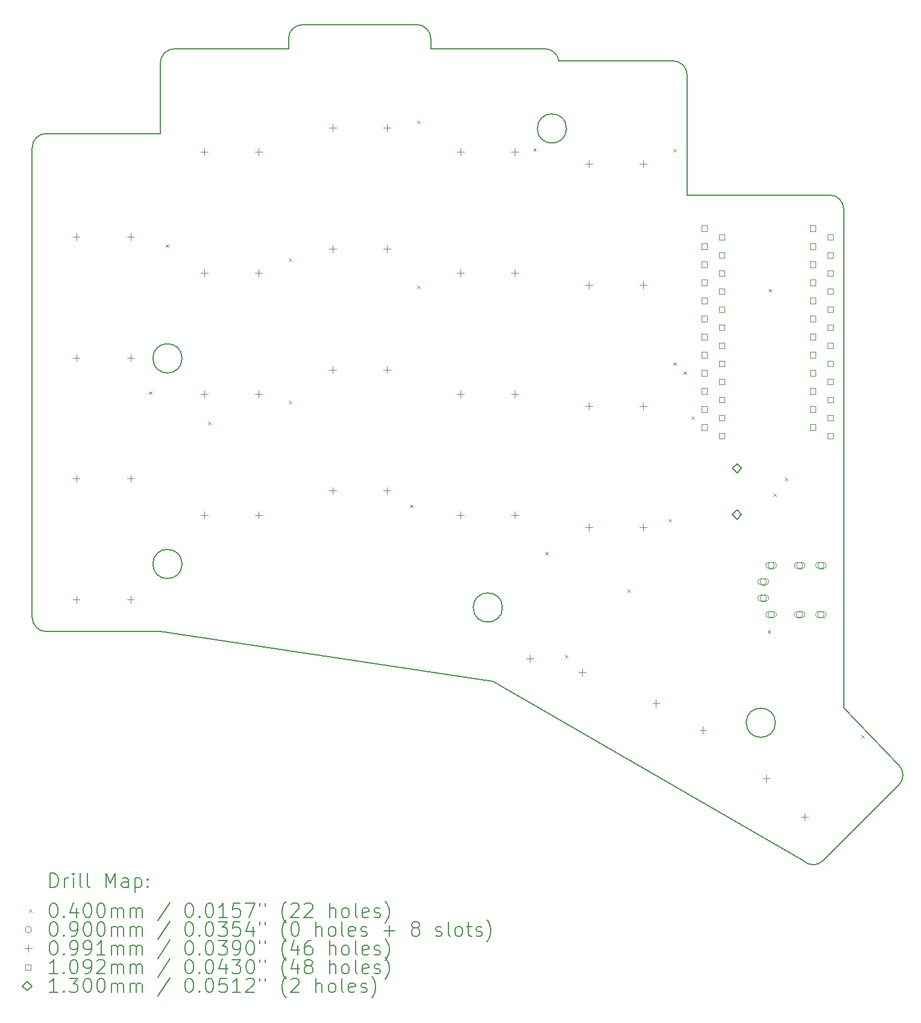
<source format=gbr>
%TF.GenerationSoftware,KiCad,Pcbnew,8.0.2*%
%TF.CreationDate,2024-05-30T16:08:45+01:00*%
%TF.ProjectId,board,626f6172-642e-46b6-9963-61645f706362,0.3*%
%TF.SameCoordinates,Original*%
%TF.FileFunction,Drillmap*%
%TF.FilePolarity,Positive*%
%FSLAX45Y45*%
G04 Gerber Fmt 4.5, Leading zero omitted, Abs format (unit mm)*
G04 Created by KiCad (PCBNEW 8.0.2) date 2024-05-30 16:08:45*
%MOMM*%
%LPD*%
G01*
G04 APERTURE LIST*
%ADD10C,0.150000*%
%ADD11C,0.200000*%
%ADD12C,0.100000*%
%ADD13C,0.109220*%
%ADD14C,0.130000*%
G04 APERTURE END LIST*
D10*
X2600000Y7380000D02*
G75*
G02*
X2800000Y7580000I200000J0D01*
G01*
X6200000Y7240000D02*
G75*
G02*
X6397739Y7069987I0J-200000D01*
G01*
X8000000Y7070000D02*
G75*
G02*
X8200000Y6870000I0J-200000D01*
G01*
X2600000Y7380000D02*
X2600000Y7240000D01*
X5605000Y-612000D02*
G75*
G02*
X5195000Y-612000I-205000J0D01*
G01*
X5195000Y-612000D02*
G75*
G02*
X5605000Y-612000I205000J0D01*
G01*
X800000Y7040000D02*
X800000Y6050000D01*
X9828883Y-4168666D02*
X5470711Y-1652474D01*
X10111726Y-4168666D02*
G75*
G02*
X9828879Y-4168671I-141426J141416D01*
G01*
X1105000Y0D02*
G75*
G02*
X695000Y0I-205000J0D01*
G01*
X695000Y0D02*
G75*
G02*
X1105000Y0I205000J0D01*
G01*
X-800000Y-950000D02*
X800000Y-950000D01*
X10200000Y5185000D02*
G75*
G02*
X10400000Y4985000I0J-200000D01*
G01*
X800000Y7040000D02*
G75*
G02*
X1000000Y7240000I200000J0D01*
G01*
X6505000Y6120000D02*
G75*
G02*
X6095000Y6120000I-205000J0D01*
G01*
X6095000Y6120000D02*
G75*
G02*
X6505000Y6120000I205000J0D01*
G01*
X10111726Y-4168666D02*
X11172386Y-3108006D01*
X2600000Y7240000D02*
X1000000Y7240000D01*
X9439913Y-2231194D02*
G75*
G02*
X9029913Y-2231194I-205000J0D01*
G01*
X9029913Y-2231194D02*
G75*
G02*
X9439913Y-2231194I205000J0D01*
G01*
X-1000000Y5850000D02*
G75*
G02*
X-800000Y6050000I200000J0D01*
G01*
X11172386Y-2825164D02*
G75*
G02*
X11172386Y-3108006I-141421J-141421D01*
G01*
X-800000Y-950000D02*
G75*
G02*
X-1000000Y-750000I0J200000D01*
G01*
X8200000Y5185000D02*
X8200000Y6870000D01*
X800000Y6050000D02*
X-800000Y6050000D01*
X8000000Y7070000D02*
X6400000Y7070000D01*
X4400000Y7580000D02*
X2800000Y7580000D01*
X5470711Y-1652474D02*
X800000Y-950000D01*
X10400000Y-2020873D02*
X10400000Y4985000D01*
X6200000Y7240000D02*
X4600000Y7240000D01*
X6397739Y7069987D02*
G75*
G02*
X6400000Y7070000I2261J-199657D01*
G01*
X1105000Y2890000D02*
G75*
G02*
X695000Y2890000I-205000J0D01*
G01*
X695000Y2890000D02*
G75*
G02*
X1105000Y2890000I205000J0D01*
G01*
X4400000Y7580000D02*
G75*
G02*
X4600000Y7380000I0J-200000D01*
G01*
X-1000000Y-750000D02*
X-1000000Y5850000D01*
X4600000Y7240000D02*
X4600000Y7380000D01*
X10400000Y-2020873D02*
X11172386Y-2825164D01*
X10200000Y5185000D02*
X8200000Y5185000D01*
D11*
D12*
X640010Y2425020D02*
X680010Y2385020D01*
X680010Y2425020D02*
X640010Y2385020D01*
X880000Y4491170D02*
X920000Y4451170D01*
X920000Y4491170D02*
X880000Y4451170D01*
X1471480Y1999370D02*
X1511480Y1959370D01*
X1511480Y1999370D02*
X1471480Y1959370D01*
X2607500Y4290390D02*
X2647500Y4250390D01*
X2647500Y4290390D02*
X2607500Y4250390D01*
X2607500Y2295300D02*
X2647500Y2255300D01*
X2647500Y2295300D02*
X2607500Y2255300D01*
X4305200Y832670D02*
X4345200Y792670D01*
X4345200Y832670D02*
X4305200Y792670D01*
X4407500Y6230380D02*
X4447500Y6190380D01*
X4447500Y6230380D02*
X4407500Y6190380D01*
X4407500Y3911000D02*
X4447500Y3871000D01*
X4447500Y3911000D02*
X4407500Y3871000D01*
X6038770Y5842880D02*
X6078770Y5802880D01*
X6078770Y5842880D02*
X6038770Y5802880D01*
X6207500Y171110D02*
X6247500Y131110D01*
X6247500Y171110D02*
X6207500Y131110D01*
X6480890Y-1281030D02*
X6520890Y-1321030D01*
X6520890Y-1281030D02*
X6480890Y-1321030D01*
X7365690Y-356630D02*
X7405690Y-396630D01*
X7405690Y-356630D02*
X7365690Y-396630D01*
X7939330Y634020D02*
X7979330Y594020D01*
X7979330Y634020D02*
X7939330Y594020D01*
X8007500Y5836130D02*
X8047500Y5796130D01*
X8047500Y5836130D02*
X8007500Y5796130D01*
X8007500Y2832000D02*
X8047500Y2792000D01*
X8047500Y2832000D02*
X8007500Y2792000D01*
X8151440Y2705000D02*
X8191440Y2665000D01*
X8191440Y2705000D02*
X8151440Y2665000D01*
X8259620Y2076140D02*
X8299620Y2036140D01*
X8299620Y2076140D02*
X8259620Y2036140D01*
X9330270Y-931940D02*
X9370270Y-971940D01*
X9370270Y-931940D02*
X9330270Y-971940D01*
X9341970Y3864880D02*
X9381970Y3824880D01*
X9381970Y3864880D02*
X9341970Y3824880D01*
X9412040Y989960D02*
X9452040Y949960D01*
X9452040Y989960D02*
X9412040Y949960D01*
X9572170Y1209660D02*
X9612170Y1169660D01*
X9612170Y1209660D02*
X9572170Y1169660D01*
X10647480Y-2407040D02*
X10687480Y-2447040D01*
X10687480Y-2407040D02*
X10647480Y-2447040D01*
X9315000Y-250000D02*
G75*
G02*
X9225000Y-250000I-45000J0D01*
G01*
X9225000Y-250000D02*
G75*
G02*
X9315000Y-250000I45000J0D01*
G01*
X9300000Y-205000D02*
X9240000Y-205000D01*
X9240000Y-295000D02*
G75*
G02*
X9240000Y-205000I0J45000D01*
G01*
X9240000Y-295000D02*
X9300000Y-295000D01*
X9300000Y-295000D02*
G75*
G03*
X9300000Y-205000I0J45000D01*
G01*
X9315000Y-480000D02*
G75*
G02*
X9225000Y-480000I-45000J0D01*
G01*
X9225000Y-480000D02*
G75*
G02*
X9315000Y-480000I45000J0D01*
G01*
X9300000Y-435000D02*
X9240000Y-435000D01*
X9240000Y-525000D02*
G75*
G02*
X9240000Y-435000I0J45000D01*
G01*
X9240000Y-525000D02*
X9300000Y-525000D01*
X9300000Y-525000D02*
G75*
G03*
X9300000Y-435000I0J45000D01*
G01*
X9425000Y-20000D02*
G75*
G02*
X9335000Y-20000I-45000J0D01*
G01*
X9335000Y-20000D02*
G75*
G02*
X9425000Y-20000I45000J0D01*
G01*
X9410000Y25000D02*
X9350000Y25000D01*
X9350000Y-65000D02*
G75*
G02*
X9350000Y25000I0J45000D01*
G01*
X9350000Y-65000D02*
X9410000Y-65000D01*
X9410000Y-65000D02*
G75*
G03*
X9410000Y25000I0J45000D01*
G01*
X9425000Y-710000D02*
G75*
G02*
X9335000Y-710000I-45000J0D01*
G01*
X9335000Y-710000D02*
G75*
G02*
X9425000Y-710000I45000J0D01*
G01*
X9410000Y-665000D02*
X9350000Y-665000D01*
X9350000Y-755000D02*
G75*
G02*
X9350000Y-665000I0J45000D01*
G01*
X9350000Y-755000D02*
X9410000Y-755000D01*
X9410000Y-755000D02*
G75*
G03*
X9410000Y-665000I0J45000D01*
G01*
X9825000Y-20000D02*
G75*
G02*
X9735000Y-20000I-45000J0D01*
G01*
X9735000Y-20000D02*
G75*
G02*
X9825000Y-20000I45000J0D01*
G01*
X9810000Y25000D02*
X9750000Y25000D01*
X9750000Y-65000D02*
G75*
G02*
X9750000Y25000I0J45000D01*
G01*
X9750000Y-65000D02*
X9810000Y-65000D01*
X9810000Y-65000D02*
G75*
G03*
X9810000Y25000I0J45000D01*
G01*
X9825000Y-710000D02*
G75*
G02*
X9735000Y-710000I-45000J0D01*
G01*
X9735000Y-710000D02*
G75*
G02*
X9825000Y-710000I45000J0D01*
G01*
X9810000Y-665000D02*
X9750000Y-665000D01*
X9750000Y-755000D02*
G75*
G02*
X9750000Y-665000I0J45000D01*
G01*
X9750000Y-755000D02*
X9810000Y-755000D01*
X9810000Y-755000D02*
G75*
G03*
X9810000Y-665000I0J45000D01*
G01*
X10125000Y-20000D02*
G75*
G02*
X10035000Y-20000I-45000J0D01*
G01*
X10035000Y-20000D02*
G75*
G02*
X10125000Y-20000I45000J0D01*
G01*
X10110000Y25000D02*
X10050000Y25000D01*
X10050000Y-65000D02*
G75*
G02*
X10050000Y25000I0J45000D01*
G01*
X10050000Y-65000D02*
X10110000Y-65000D01*
X10110000Y-65000D02*
G75*
G03*
X10110000Y25000I0J45000D01*
G01*
X10125000Y-710000D02*
G75*
G02*
X10035000Y-710000I-45000J0D01*
G01*
X10035000Y-710000D02*
G75*
G02*
X10125000Y-710000I45000J0D01*
G01*
X10110000Y-665000D02*
X10050000Y-665000D01*
X10050000Y-755000D02*
G75*
G02*
X10050000Y-665000I0J45000D01*
G01*
X10050000Y-755000D02*
X10110000Y-755000D01*
X10110000Y-755000D02*
G75*
G03*
X10110000Y-665000I0J45000D01*
G01*
X-381000Y4649530D02*
X-381000Y4550470D01*
X-430530Y4600000D02*
X-331470Y4600000D01*
X-381000Y2949530D02*
X-381000Y2850470D01*
X-430530Y2900000D02*
X-331470Y2900000D01*
X-381000Y1249530D02*
X-381000Y1150470D01*
X-430530Y1200000D02*
X-331470Y1200000D01*
X-381000Y-450470D02*
X-381000Y-549530D01*
X-430530Y-500000D02*
X-331470Y-500000D01*
X381000Y4649530D02*
X381000Y4550470D01*
X331470Y4600000D02*
X430530Y4600000D01*
X381000Y2949530D02*
X381000Y2850470D01*
X331470Y2900000D02*
X430530Y2900000D01*
X381000Y1249530D02*
X381000Y1150470D01*
X331470Y1200000D02*
X430530Y1200000D01*
X381000Y-450470D02*
X381000Y-549530D01*
X331470Y-500000D02*
X430530Y-500000D01*
X1419000Y5839530D02*
X1419000Y5740470D01*
X1369470Y5790000D02*
X1468530Y5790000D01*
X1419000Y4139530D02*
X1419000Y4040470D01*
X1369470Y4090000D02*
X1468530Y4090000D01*
X1419000Y2439530D02*
X1419000Y2340470D01*
X1369470Y2390000D02*
X1468530Y2390000D01*
X1419000Y739530D02*
X1419000Y640470D01*
X1369470Y690000D02*
X1468530Y690000D01*
X2181000Y5839530D02*
X2181000Y5740470D01*
X2131470Y5790000D02*
X2230530Y5790000D01*
X2181000Y4139530D02*
X2181000Y4040470D01*
X2131470Y4090000D02*
X2230530Y4090000D01*
X2181000Y2439530D02*
X2181000Y2340470D01*
X2131470Y2390000D02*
X2230530Y2390000D01*
X2181000Y739530D02*
X2181000Y640470D01*
X2131470Y690000D02*
X2230530Y690000D01*
X3219000Y6179530D02*
X3219000Y6080470D01*
X3169470Y6130000D02*
X3268530Y6130000D01*
X3219000Y4479530D02*
X3219000Y4380470D01*
X3169470Y4430000D02*
X3268530Y4430000D01*
X3219000Y2779530D02*
X3219000Y2680470D01*
X3169470Y2730000D02*
X3268530Y2730000D01*
X3219000Y1079530D02*
X3219000Y980470D01*
X3169470Y1030000D02*
X3268530Y1030000D01*
X3981000Y6179530D02*
X3981000Y6080470D01*
X3931470Y6130000D02*
X4030530Y6130000D01*
X3981000Y4479530D02*
X3981000Y4380470D01*
X3931470Y4430000D02*
X4030530Y4430000D01*
X3981000Y2779530D02*
X3981000Y2680470D01*
X3931470Y2730000D02*
X4030530Y2730000D01*
X3981000Y1079530D02*
X3981000Y980470D01*
X3931470Y1030000D02*
X4030530Y1030000D01*
X5019000Y5839530D02*
X5019000Y5740470D01*
X4969470Y5790000D02*
X5068530Y5790000D01*
X5019000Y4139530D02*
X5019000Y4040470D01*
X4969470Y4090000D02*
X5068530Y4090000D01*
X5019000Y2439530D02*
X5019000Y2340470D01*
X4969470Y2390000D02*
X5068530Y2390000D01*
X5019000Y739530D02*
X5019000Y640470D01*
X4969470Y690000D02*
X5068530Y690000D01*
X5781000Y5839530D02*
X5781000Y5740470D01*
X5731470Y5790000D02*
X5830530Y5790000D01*
X5781000Y4139530D02*
X5781000Y4040470D01*
X5731470Y4090000D02*
X5830530Y4090000D01*
X5781000Y2439530D02*
X5781000Y2340470D01*
X5731470Y2390000D02*
X5830530Y2390000D01*
X5781000Y739530D02*
X5781000Y640470D01*
X5731470Y690000D02*
X5830530Y690000D01*
X5991902Y-1276720D02*
X5991902Y-1375780D01*
X5942372Y-1326250D02*
X6041432Y-1326250D01*
X6727938Y-1473940D02*
X6727938Y-1573000D01*
X6678408Y-1523470D02*
X6777468Y-1523470D01*
X6819000Y5669530D02*
X6819000Y5570470D01*
X6769470Y5620000D02*
X6868530Y5620000D01*
X6819000Y3969530D02*
X6819000Y3870470D01*
X6769470Y3920000D02*
X6868530Y3920000D01*
X6819000Y2269530D02*
X6819000Y2170470D01*
X6769470Y2220000D02*
X6868530Y2220000D01*
X6819000Y569530D02*
X6819000Y470470D01*
X6769470Y520000D02*
X6868530Y520000D01*
X7581000Y5669530D02*
X7581000Y5570470D01*
X7531470Y5620000D02*
X7630530Y5620000D01*
X7581000Y3969530D02*
X7581000Y3870470D01*
X7531470Y3920000D02*
X7630530Y3920000D01*
X7581000Y2269530D02*
X7581000Y2170470D01*
X7531470Y2220000D02*
X7630530Y2220000D01*
X7581000Y569530D02*
X7581000Y470470D01*
X7531470Y520000D02*
X7630530Y520000D01*
X7763134Y-1902740D02*
X7763134Y-2001800D01*
X7713604Y-1952270D02*
X7812664Y-1952270D01*
X8423046Y-2283740D02*
X8423046Y-2382800D01*
X8373516Y-2333270D02*
X8472576Y-2333270D01*
X9311992Y-2965842D02*
X9311992Y-3064902D01*
X9262462Y-3015372D02*
X9361522Y-3015372D01*
X9850808Y-3504658D02*
X9850808Y-3603718D01*
X9801278Y-3554188D02*
X9900338Y-3554188D01*
D13*
X8476616Y4678385D02*
X8476616Y4755616D01*
X8399385Y4755616D01*
X8399385Y4678385D01*
X8476616Y4678385D01*
X8476616Y4424385D02*
X8476616Y4501616D01*
X8399385Y4501616D01*
X8399385Y4424385D01*
X8476616Y4424385D01*
X8476616Y4170384D02*
X8476616Y4247616D01*
X8399385Y4247616D01*
X8399385Y4170384D01*
X8476616Y4170384D01*
X8476616Y3916384D02*
X8476616Y3993615D01*
X8399385Y3993615D01*
X8399385Y3916384D01*
X8476616Y3916384D01*
X8476616Y3662384D02*
X8476616Y3739615D01*
X8399385Y3739615D01*
X8399385Y3662384D01*
X8476616Y3662384D01*
X8476616Y3408384D02*
X8476616Y3485615D01*
X8399385Y3485615D01*
X8399385Y3408384D01*
X8476616Y3408384D01*
X8476616Y3154384D02*
X8476616Y3231615D01*
X8399385Y3231615D01*
X8399385Y3154384D01*
X8476616Y3154384D01*
X8476616Y2900384D02*
X8476616Y2977615D01*
X8399385Y2977615D01*
X8399385Y2900384D01*
X8476616Y2900384D01*
X8476616Y2646385D02*
X8476616Y2723616D01*
X8399385Y2723616D01*
X8399385Y2646385D01*
X8476616Y2646385D01*
X8476616Y2392385D02*
X8476616Y2469616D01*
X8399385Y2469616D01*
X8399385Y2392385D01*
X8476616Y2392385D01*
X8476616Y2138385D02*
X8476616Y2215616D01*
X8399385Y2215616D01*
X8399385Y2138385D01*
X8476616Y2138385D01*
X8476616Y1884384D02*
X8476616Y1961615D01*
X8399385Y1961615D01*
X8399385Y1884384D01*
X8476616Y1884384D01*
X8726616Y4553385D02*
X8726616Y4630616D01*
X8649385Y4630616D01*
X8649385Y4553385D01*
X8726616Y4553385D01*
X8726616Y4299385D02*
X8726616Y4376616D01*
X8649385Y4376616D01*
X8649385Y4299385D01*
X8726616Y4299385D01*
X8726616Y4045384D02*
X8726616Y4122615D01*
X8649385Y4122615D01*
X8649385Y4045384D01*
X8726616Y4045384D01*
X8726616Y3791384D02*
X8726616Y3868615D01*
X8649385Y3868615D01*
X8649385Y3791384D01*
X8726616Y3791384D01*
X8726616Y3537384D02*
X8726616Y3614615D01*
X8649385Y3614615D01*
X8649385Y3537384D01*
X8726616Y3537384D01*
X8726616Y3283384D02*
X8726616Y3360615D01*
X8649385Y3360615D01*
X8649385Y3283384D01*
X8726616Y3283384D01*
X8726616Y3029384D02*
X8726616Y3106615D01*
X8649385Y3106615D01*
X8649385Y3029384D01*
X8726616Y3029384D01*
X8726616Y2775385D02*
X8726616Y2852615D01*
X8649385Y2852615D01*
X8649385Y2775385D01*
X8726616Y2775385D01*
X8726616Y2521385D02*
X8726616Y2598616D01*
X8649385Y2598616D01*
X8649385Y2521385D01*
X8726616Y2521385D01*
X8726616Y2267385D02*
X8726616Y2344616D01*
X8649385Y2344616D01*
X8649385Y2267385D01*
X8726616Y2267385D01*
X8726616Y2013384D02*
X8726616Y2090615D01*
X8649385Y2090615D01*
X8649385Y2013384D01*
X8726616Y2013384D01*
X8726616Y1759384D02*
X8726616Y1836615D01*
X8649385Y1836615D01*
X8649385Y1759384D01*
X8726616Y1759384D01*
X10000616Y4678385D02*
X10000616Y4755616D01*
X9923385Y4755616D01*
X9923385Y4678385D01*
X10000616Y4678385D01*
X10000616Y4424385D02*
X10000616Y4501616D01*
X9923385Y4501616D01*
X9923385Y4424385D01*
X10000616Y4424385D01*
X10000616Y4170384D02*
X10000616Y4247616D01*
X9923385Y4247616D01*
X9923385Y4170384D01*
X10000616Y4170384D01*
X10000616Y3916384D02*
X10000616Y3993615D01*
X9923385Y3993615D01*
X9923385Y3916384D01*
X10000616Y3916384D01*
X10000616Y3662384D02*
X10000616Y3739615D01*
X9923385Y3739615D01*
X9923385Y3662384D01*
X10000616Y3662384D01*
X10000616Y3408384D02*
X10000616Y3485615D01*
X9923385Y3485615D01*
X9923385Y3408384D01*
X10000616Y3408384D01*
X10000616Y3154384D02*
X10000616Y3231615D01*
X9923385Y3231615D01*
X9923385Y3154384D01*
X10000616Y3154384D01*
X10000616Y2900384D02*
X10000616Y2977615D01*
X9923385Y2977615D01*
X9923385Y2900384D01*
X10000616Y2900384D01*
X10000616Y2646385D02*
X10000616Y2723616D01*
X9923385Y2723616D01*
X9923385Y2646385D01*
X10000616Y2646385D01*
X10000616Y2392385D02*
X10000616Y2469616D01*
X9923385Y2469616D01*
X9923385Y2392385D01*
X10000616Y2392385D01*
X10000616Y2138385D02*
X10000616Y2215616D01*
X9923385Y2215616D01*
X9923385Y2138385D01*
X10000616Y2138385D01*
X10000616Y1884384D02*
X10000616Y1961615D01*
X9923385Y1961615D01*
X9923385Y1884384D01*
X10000616Y1884384D01*
X10250616Y4553385D02*
X10250616Y4630616D01*
X10173385Y4630616D01*
X10173385Y4553385D01*
X10250616Y4553385D01*
X10250616Y4299385D02*
X10250616Y4376616D01*
X10173385Y4376616D01*
X10173385Y4299385D01*
X10250616Y4299385D01*
X10250616Y4045384D02*
X10250616Y4122615D01*
X10173385Y4122615D01*
X10173385Y4045384D01*
X10250616Y4045384D01*
X10250616Y3791384D02*
X10250616Y3868615D01*
X10173385Y3868615D01*
X10173385Y3791384D01*
X10250616Y3791384D01*
X10250616Y3537384D02*
X10250616Y3614615D01*
X10173385Y3614615D01*
X10173385Y3537384D01*
X10250616Y3537384D01*
X10250616Y3283384D02*
X10250616Y3360615D01*
X10173385Y3360615D01*
X10173385Y3283384D01*
X10250616Y3283384D01*
X10250616Y3029384D02*
X10250616Y3106615D01*
X10173385Y3106615D01*
X10173385Y3029384D01*
X10250616Y3029384D01*
X10250616Y2775385D02*
X10250616Y2852615D01*
X10173385Y2852615D01*
X10173385Y2775385D01*
X10250616Y2775385D01*
X10250616Y2521385D02*
X10250616Y2598616D01*
X10173385Y2598616D01*
X10173385Y2521385D01*
X10250616Y2521385D01*
X10250616Y2267385D02*
X10250616Y2344616D01*
X10173385Y2344616D01*
X10173385Y2267385D01*
X10250616Y2267385D01*
X10250616Y2013384D02*
X10250616Y2090615D01*
X10173385Y2090615D01*
X10173385Y2013384D01*
X10250616Y2013384D01*
X10250616Y1759384D02*
X10250616Y1836615D01*
X10173385Y1836615D01*
X10173385Y1759384D01*
X10250616Y1759384D01*
D14*
X8900000Y1280000D02*
X8965000Y1345000D01*
X8900000Y1410000D01*
X8835000Y1345000D01*
X8900000Y1280000D01*
X8900000Y630000D02*
X8965000Y695000D01*
X8900000Y760000D01*
X8835000Y695000D01*
X8900000Y630000D01*
D11*
X-746723Y-4546233D02*
X-746723Y-4346233D01*
X-746723Y-4346233D02*
X-699104Y-4346233D01*
X-699104Y-4346233D02*
X-670533Y-4355757D01*
X-670533Y-4355757D02*
X-651485Y-4374805D01*
X-651485Y-4374805D02*
X-641961Y-4393852D01*
X-641961Y-4393852D02*
X-632437Y-4431948D01*
X-632437Y-4431948D02*
X-632437Y-4460519D01*
X-632437Y-4460519D02*
X-641961Y-4498614D01*
X-641961Y-4498614D02*
X-651485Y-4517662D01*
X-651485Y-4517662D02*
X-670533Y-4536710D01*
X-670533Y-4536710D02*
X-699104Y-4546233D01*
X-699104Y-4546233D02*
X-746723Y-4546233D01*
X-546723Y-4546233D02*
X-546723Y-4412900D01*
X-546723Y-4450995D02*
X-537199Y-4431948D01*
X-537199Y-4431948D02*
X-527676Y-4422424D01*
X-527676Y-4422424D02*
X-508628Y-4412900D01*
X-508628Y-4412900D02*
X-489580Y-4412900D01*
X-422914Y-4546233D02*
X-422914Y-4412900D01*
X-422914Y-4346233D02*
X-432437Y-4355757D01*
X-432437Y-4355757D02*
X-422914Y-4365281D01*
X-422914Y-4365281D02*
X-413390Y-4355757D01*
X-413390Y-4355757D02*
X-422914Y-4346233D01*
X-422914Y-4346233D02*
X-422914Y-4365281D01*
X-299104Y-4546233D02*
X-318152Y-4536710D01*
X-318152Y-4536710D02*
X-327676Y-4517662D01*
X-327676Y-4517662D02*
X-327676Y-4346233D01*
X-194342Y-4546233D02*
X-213390Y-4536710D01*
X-213390Y-4536710D02*
X-222914Y-4517662D01*
X-222914Y-4517662D02*
X-222914Y-4346233D01*
X34229Y-4546233D02*
X34229Y-4346233D01*
X34229Y-4346233D02*
X100896Y-4489091D01*
X100896Y-4489091D02*
X167563Y-4346233D01*
X167563Y-4346233D02*
X167563Y-4546233D01*
X348515Y-4546233D02*
X348515Y-4441472D01*
X348515Y-4441472D02*
X338991Y-4422424D01*
X338991Y-4422424D02*
X319944Y-4412900D01*
X319944Y-4412900D02*
X281848Y-4412900D01*
X281848Y-4412900D02*
X262801Y-4422424D01*
X348515Y-4536710D02*
X329467Y-4546233D01*
X329467Y-4546233D02*
X281848Y-4546233D01*
X281848Y-4546233D02*
X262801Y-4536710D01*
X262801Y-4536710D02*
X253277Y-4517662D01*
X253277Y-4517662D02*
X253277Y-4498614D01*
X253277Y-4498614D02*
X262801Y-4479567D01*
X262801Y-4479567D02*
X281848Y-4470043D01*
X281848Y-4470043D02*
X329467Y-4470043D01*
X329467Y-4470043D02*
X348515Y-4460519D01*
X443753Y-4412900D02*
X443753Y-4612900D01*
X443753Y-4422424D02*
X462801Y-4412900D01*
X462801Y-4412900D02*
X500896Y-4412900D01*
X500896Y-4412900D02*
X519943Y-4422424D01*
X519943Y-4422424D02*
X529467Y-4431948D01*
X529467Y-4431948D02*
X538991Y-4450995D01*
X538991Y-4450995D02*
X538991Y-4508138D01*
X538991Y-4508138D02*
X529467Y-4527186D01*
X529467Y-4527186D02*
X519943Y-4536710D01*
X519943Y-4536710D02*
X500896Y-4546233D01*
X500896Y-4546233D02*
X462801Y-4546233D01*
X462801Y-4546233D02*
X443753Y-4536710D01*
X624705Y-4527186D02*
X634229Y-4536710D01*
X634229Y-4536710D02*
X624705Y-4546233D01*
X624705Y-4546233D02*
X615182Y-4536710D01*
X615182Y-4536710D02*
X624705Y-4527186D01*
X624705Y-4527186D02*
X624705Y-4546233D01*
X624705Y-4422424D02*
X634229Y-4431948D01*
X634229Y-4431948D02*
X624705Y-4441472D01*
X624705Y-4441472D02*
X615182Y-4431948D01*
X615182Y-4431948D02*
X624705Y-4422424D01*
X624705Y-4422424D02*
X624705Y-4441472D01*
D12*
X-1047500Y-4854750D02*
X-1007500Y-4894750D01*
X-1007500Y-4854750D02*
X-1047500Y-4894750D01*
D11*
X-708628Y-4766233D02*
X-689580Y-4766233D01*
X-689580Y-4766233D02*
X-670533Y-4775757D01*
X-670533Y-4775757D02*
X-661009Y-4785281D01*
X-661009Y-4785281D02*
X-651485Y-4804329D01*
X-651485Y-4804329D02*
X-641961Y-4842424D01*
X-641961Y-4842424D02*
X-641961Y-4890043D01*
X-641961Y-4890043D02*
X-651485Y-4928138D01*
X-651485Y-4928138D02*
X-661009Y-4947186D01*
X-661009Y-4947186D02*
X-670533Y-4956710D01*
X-670533Y-4956710D02*
X-689580Y-4966233D01*
X-689580Y-4966233D02*
X-708628Y-4966233D01*
X-708628Y-4966233D02*
X-727675Y-4956710D01*
X-727675Y-4956710D02*
X-737199Y-4947186D01*
X-737199Y-4947186D02*
X-746723Y-4928138D01*
X-746723Y-4928138D02*
X-756247Y-4890043D01*
X-756247Y-4890043D02*
X-756247Y-4842424D01*
X-756247Y-4842424D02*
X-746723Y-4804329D01*
X-746723Y-4804329D02*
X-737199Y-4785281D01*
X-737199Y-4785281D02*
X-727675Y-4775757D01*
X-727675Y-4775757D02*
X-708628Y-4766233D01*
X-556247Y-4947186D02*
X-546723Y-4956710D01*
X-546723Y-4956710D02*
X-556247Y-4966233D01*
X-556247Y-4966233D02*
X-565771Y-4956710D01*
X-565771Y-4956710D02*
X-556247Y-4947186D01*
X-556247Y-4947186D02*
X-556247Y-4966233D01*
X-375294Y-4832900D02*
X-375294Y-4966233D01*
X-422914Y-4756710D02*
X-470533Y-4899567D01*
X-470533Y-4899567D02*
X-346723Y-4899567D01*
X-232437Y-4766233D02*
X-213390Y-4766233D01*
X-213390Y-4766233D02*
X-194342Y-4775757D01*
X-194342Y-4775757D02*
X-184818Y-4785281D01*
X-184818Y-4785281D02*
X-175294Y-4804329D01*
X-175294Y-4804329D02*
X-165771Y-4842424D01*
X-165771Y-4842424D02*
X-165771Y-4890043D01*
X-165771Y-4890043D02*
X-175294Y-4928138D01*
X-175294Y-4928138D02*
X-184818Y-4947186D01*
X-184818Y-4947186D02*
X-194342Y-4956710D01*
X-194342Y-4956710D02*
X-213390Y-4966233D01*
X-213390Y-4966233D02*
X-232437Y-4966233D01*
X-232437Y-4966233D02*
X-251485Y-4956710D01*
X-251485Y-4956710D02*
X-261009Y-4947186D01*
X-261009Y-4947186D02*
X-270533Y-4928138D01*
X-270533Y-4928138D02*
X-280056Y-4890043D01*
X-280056Y-4890043D02*
X-280056Y-4842424D01*
X-280056Y-4842424D02*
X-270533Y-4804329D01*
X-270533Y-4804329D02*
X-261009Y-4785281D01*
X-261009Y-4785281D02*
X-251485Y-4775757D01*
X-251485Y-4775757D02*
X-232437Y-4766233D01*
X-41961Y-4766233D02*
X-22913Y-4766233D01*
X-22913Y-4766233D02*
X-3866Y-4775757D01*
X-3866Y-4775757D02*
X5658Y-4785281D01*
X5658Y-4785281D02*
X15182Y-4804329D01*
X15182Y-4804329D02*
X24705Y-4842424D01*
X24705Y-4842424D02*
X24705Y-4890043D01*
X24705Y-4890043D02*
X15182Y-4928138D01*
X15182Y-4928138D02*
X5658Y-4947186D01*
X5658Y-4947186D02*
X-3866Y-4956710D01*
X-3866Y-4956710D02*
X-22913Y-4966233D01*
X-22913Y-4966233D02*
X-41961Y-4966233D01*
X-41961Y-4966233D02*
X-61009Y-4956710D01*
X-61009Y-4956710D02*
X-70533Y-4947186D01*
X-70533Y-4947186D02*
X-80056Y-4928138D01*
X-80056Y-4928138D02*
X-89580Y-4890043D01*
X-89580Y-4890043D02*
X-89580Y-4842424D01*
X-89580Y-4842424D02*
X-80056Y-4804329D01*
X-80056Y-4804329D02*
X-70533Y-4785281D01*
X-70533Y-4785281D02*
X-61009Y-4775757D01*
X-61009Y-4775757D02*
X-41961Y-4766233D01*
X110420Y-4966233D02*
X110420Y-4832900D01*
X110420Y-4851948D02*
X119943Y-4842424D01*
X119943Y-4842424D02*
X138991Y-4832900D01*
X138991Y-4832900D02*
X167563Y-4832900D01*
X167563Y-4832900D02*
X186610Y-4842424D01*
X186610Y-4842424D02*
X196134Y-4861472D01*
X196134Y-4861472D02*
X196134Y-4966233D01*
X196134Y-4861472D02*
X205658Y-4842424D01*
X205658Y-4842424D02*
X224705Y-4832900D01*
X224705Y-4832900D02*
X253277Y-4832900D01*
X253277Y-4832900D02*
X272325Y-4842424D01*
X272325Y-4842424D02*
X281848Y-4861472D01*
X281848Y-4861472D02*
X281848Y-4966233D01*
X377086Y-4966233D02*
X377086Y-4832900D01*
X377086Y-4851948D02*
X386610Y-4842424D01*
X386610Y-4842424D02*
X405658Y-4832900D01*
X405658Y-4832900D02*
X434229Y-4832900D01*
X434229Y-4832900D02*
X453277Y-4842424D01*
X453277Y-4842424D02*
X462801Y-4861472D01*
X462801Y-4861472D02*
X462801Y-4966233D01*
X462801Y-4861472D02*
X472324Y-4842424D01*
X472324Y-4842424D02*
X491372Y-4832900D01*
X491372Y-4832900D02*
X519943Y-4832900D01*
X519943Y-4832900D02*
X538991Y-4842424D01*
X538991Y-4842424D02*
X548515Y-4861472D01*
X548515Y-4861472D02*
X548515Y-4966233D01*
X938991Y-4756710D02*
X767563Y-5013852D01*
X1196134Y-4766233D02*
X1215182Y-4766233D01*
X1215182Y-4766233D02*
X1234229Y-4775757D01*
X1234229Y-4775757D02*
X1243753Y-4785281D01*
X1243753Y-4785281D02*
X1253277Y-4804329D01*
X1253277Y-4804329D02*
X1262801Y-4842424D01*
X1262801Y-4842424D02*
X1262801Y-4890043D01*
X1262801Y-4890043D02*
X1253277Y-4928138D01*
X1253277Y-4928138D02*
X1243753Y-4947186D01*
X1243753Y-4947186D02*
X1234229Y-4956710D01*
X1234229Y-4956710D02*
X1215182Y-4966233D01*
X1215182Y-4966233D02*
X1196134Y-4966233D01*
X1196134Y-4966233D02*
X1177087Y-4956710D01*
X1177087Y-4956710D02*
X1167563Y-4947186D01*
X1167563Y-4947186D02*
X1158039Y-4928138D01*
X1158039Y-4928138D02*
X1148515Y-4890043D01*
X1148515Y-4890043D02*
X1148515Y-4842424D01*
X1148515Y-4842424D02*
X1158039Y-4804329D01*
X1158039Y-4804329D02*
X1167563Y-4785281D01*
X1167563Y-4785281D02*
X1177087Y-4775757D01*
X1177087Y-4775757D02*
X1196134Y-4766233D01*
X1348515Y-4947186D02*
X1358039Y-4956710D01*
X1358039Y-4956710D02*
X1348515Y-4966233D01*
X1348515Y-4966233D02*
X1338991Y-4956710D01*
X1338991Y-4956710D02*
X1348515Y-4947186D01*
X1348515Y-4947186D02*
X1348515Y-4966233D01*
X1481848Y-4766233D02*
X1500896Y-4766233D01*
X1500896Y-4766233D02*
X1519944Y-4775757D01*
X1519944Y-4775757D02*
X1529467Y-4785281D01*
X1529467Y-4785281D02*
X1538991Y-4804329D01*
X1538991Y-4804329D02*
X1548515Y-4842424D01*
X1548515Y-4842424D02*
X1548515Y-4890043D01*
X1548515Y-4890043D02*
X1538991Y-4928138D01*
X1538991Y-4928138D02*
X1529467Y-4947186D01*
X1529467Y-4947186D02*
X1519944Y-4956710D01*
X1519944Y-4956710D02*
X1500896Y-4966233D01*
X1500896Y-4966233D02*
X1481848Y-4966233D01*
X1481848Y-4966233D02*
X1462801Y-4956710D01*
X1462801Y-4956710D02*
X1453277Y-4947186D01*
X1453277Y-4947186D02*
X1443753Y-4928138D01*
X1443753Y-4928138D02*
X1434229Y-4890043D01*
X1434229Y-4890043D02*
X1434229Y-4842424D01*
X1434229Y-4842424D02*
X1443753Y-4804329D01*
X1443753Y-4804329D02*
X1453277Y-4785281D01*
X1453277Y-4785281D02*
X1462801Y-4775757D01*
X1462801Y-4775757D02*
X1481848Y-4766233D01*
X1738991Y-4966233D02*
X1624706Y-4966233D01*
X1681848Y-4966233D02*
X1681848Y-4766233D01*
X1681848Y-4766233D02*
X1662801Y-4794805D01*
X1662801Y-4794805D02*
X1643753Y-4813852D01*
X1643753Y-4813852D02*
X1624706Y-4823376D01*
X1919944Y-4766233D02*
X1824706Y-4766233D01*
X1824706Y-4766233D02*
X1815182Y-4861472D01*
X1815182Y-4861472D02*
X1824706Y-4851948D01*
X1824706Y-4851948D02*
X1843753Y-4842424D01*
X1843753Y-4842424D02*
X1891372Y-4842424D01*
X1891372Y-4842424D02*
X1910420Y-4851948D01*
X1910420Y-4851948D02*
X1919944Y-4861472D01*
X1919944Y-4861472D02*
X1929467Y-4880519D01*
X1929467Y-4880519D02*
X1929467Y-4928138D01*
X1929467Y-4928138D02*
X1919944Y-4947186D01*
X1919944Y-4947186D02*
X1910420Y-4956710D01*
X1910420Y-4956710D02*
X1891372Y-4966233D01*
X1891372Y-4966233D02*
X1843753Y-4966233D01*
X1843753Y-4966233D02*
X1824706Y-4956710D01*
X1824706Y-4956710D02*
X1815182Y-4947186D01*
X1996134Y-4766233D02*
X2129468Y-4766233D01*
X2129468Y-4766233D02*
X2043753Y-4966233D01*
X2196134Y-4766233D02*
X2196134Y-4804329D01*
X2272325Y-4766233D02*
X2272325Y-4804329D01*
X2567563Y-5042424D02*
X2558039Y-5032900D01*
X2558039Y-5032900D02*
X2538991Y-5004329D01*
X2538991Y-5004329D02*
X2529468Y-4985281D01*
X2529468Y-4985281D02*
X2519944Y-4956710D01*
X2519944Y-4956710D02*
X2510420Y-4909091D01*
X2510420Y-4909091D02*
X2510420Y-4870995D01*
X2510420Y-4870995D02*
X2519944Y-4823376D01*
X2519944Y-4823376D02*
X2529468Y-4794805D01*
X2529468Y-4794805D02*
X2538991Y-4775757D01*
X2538991Y-4775757D02*
X2558039Y-4747186D01*
X2558039Y-4747186D02*
X2567563Y-4737662D01*
X2634230Y-4785281D02*
X2643753Y-4775757D01*
X2643753Y-4775757D02*
X2662801Y-4766233D01*
X2662801Y-4766233D02*
X2710420Y-4766233D01*
X2710420Y-4766233D02*
X2729468Y-4775757D01*
X2729468Y-4775757D02*
X2738991Y-4785281D01*
X2738991Y-4785281D02*
X2748515Y-4804329D01*
X2748515Y-4804329D02*
X2748515Y-4823376D01*
X2748515Y-4823376D02*
X2738991Y-4851948D01*
X2738991Y-4851948D02*
X2624706Y-4966233D01*
X2624706Y-4966233D02*
X2748515Y-4966233D01*
X2824706Y-4785281D02*
X2834229Y-4775757D01*
X2834229Y-4775757D02*
X2853277Y-4766233D01*
X2853277Y-4766233D02*
X2900896Y-4766233D01*
X2900896Y-4766233D02*
X2919944Y-4775757D01*
X2919944Y-4775757D02*
X2929468Y-4785281D01*
X2929468Y-4785281D02*
X2938991Y-4804329D01*
X2938991Y-4804329D02*
X2938991Y-4823376D01*
X2938991Y-4823376D02*
X2929468Y-4851948D01*
X2929468Y-4851948D02*
X2815182Y-4966233D01*
X2815182Y-4966233D02*
X2938991Y-4966233D01*
X3177087Y-4966233D02*
X3177087Y-4766233D01*
X3262801Y-4966233D02*
X3262801Y-4861472D01*
X3262801Y-4861472D02*
X3253277Y-4842424D01*
X3253277Y-4842424D02*
X3234230Y-4832900D01*
X3234230Y-4832900D02*
X3205658Y-4832900D01*
X3205658Y-4832900D02*
X3186610Y-4842424D01*
X3186610Y-4842424D02*
X3177087Y-4851948D01*
X3386610Y-4966233D02*
X3367563Y-4956710D01*
X3367563Y-4956710D02*
X3358039Y-4947186D01*
X3358039Y-4947186D02*
X3348515Y-4928138D01*
X3348515Y-4928138D02*
X3348515Y-4870995D01*
X3348515Y-4870995D02*
X3358039Y-4851948D01*
X3358039Y-4851948D02*
X3367563Y-4842424D01*
X3367563Y-4842424D02*
X3386610Y-4832900D01*
X3386610Y-4832900D02*
X3415182Y-4832900D01*
X3415182Y-4832900D02*
X3434230Y-4842424D01*
X3434230Y-4842424D02*
X3443753Y-4851948D01*
X3443753Y-4851948D02*
X3453277Y-4870995D01*
X3453277Y-4870995D02*
X3453277Y-4928138D01*
X3453277Y-4928138D02*
X3443753Y-4947186D01*
X3443753Y-4947186D02*
X3434230Y-4956710D01*
X3434230Y-4956710D02*
X3415182Y-4966233D01*
X3415182Y-4966233D02*
X3386610Y-4966233D01*
X3567563Y-4966233D02*
X3548515Y-4956710D01*
X3548515Y-4956710D02*
X3538991Y-4937662D01*
X3538991Y-4937662D02*
X3538991Y-4766233D01*
X3719944Y-4956710D02*
X3700896Y-4966233D01*
X3700896Y-4966233D02*
X3662801Y-4966233D01*
X3662801Y-4966233D02*
X3643753Y-4956710D01*
X3643753Y-4956710D02*
X3634230Y-4937662D01*
X3634230Y-4937662D02*
X3634230Y-4861472D01*
X3634230Y-4861472D02*
X3643753Y-4842424D01*
X3643753Y-4842424D02*
X3662801Y-4832900D01*
X3662801Y-4832900D02*
X3700896Y-4832900D01*
X3700896Y-4832900D02*
X3719944Y-4842424D01*
X3719944Y-4842424D02*
X3729468Y-4861472D01*
X3729468Y-4861472D02*
X3729468Y-4880519D01*
X3729468Y-4880519D02*
X3634230Y-4899567D01*
X3805658Y-4956710D02*
X3824706Y-4966233D01*
X3824706Y-4966233D02*
X3862801Y-4966233D01*
X3862801Y-4966233D02*
X3881849Y-4956710D01*
X3881849Y-4956710D02*
X3891372Y-4937662D01*
X3891372Y-4937662D02*
X3891372Y-4928138D01*
X3891372Y-4928138D02*
X3881849Y-4909091D01*
X3881849Y-4909091D02*
X3862801Y-4899567D01*
X3862801Y-4899567D02*
X3834230Y-4899567D01*
X3834230Y-4899567D02*
X3815182Y-4890043D01*
X3815182Y-4890043D02*
X3805658Y-4870995D01*
X3805658Y-4870995D02*
X3805658Y-4861472D01*
X3805658Y-4861472D02*
X3815182Y-4842424D01*
X3815182Y-4842424D02*
X3834230Y-4832900D01*
X3834230Y-4832900D02*
X3862801Y-4832900D01*
X3862801Y-4832900D02*
X3881849Y-4842424D01*
X3958039Y-5042424D02*
X3967563Y-5032900D01*
X3967563Y-5032900D02*
X3986611Y-5004329D01*
X3986611Y-5004329D02*
X3996134Y-4985281D01*
X3996134Y-4985281D02*
X4005658Y-4956710D01*
X4005658Y-4956710D02*
X4015182Y-4909091D01*
X4015182Y-4909091D02*
X4015182Y-4870995D01*
X4015182Y-4870995D02*
X4005658Y-4823376D01*
X4005658Y-4823376D02*
X3996134Y-4794805D01*
X3996134Y-4794805D02*
X3986611Y-4775757D01*
X3986611Y-4775757D02*
X3967563Y-4747186D01*
X3967563Y-4747186D02*
X3958039Y-4737662D01*
D12*
X-1007500Y-5138750D02*
G75*
G02*
X-1097500Y-5138750I-45000J0D01*
G01*
X-1097500Y-5138750D02*
G75*
G02*
X-1007500Y-5138750I45000J0D01*
G01*
D11*
X-708628Y-5030233D02*
X-689580Y-5030233D01*
X-689580Y-5030233D02*
X-670533Y-5039757D01*
X-670533Y-5039757D02*
X-661009Y-5049281D01*
X-661009Y-5049281D02*
X-651485Y-5068329D01*
X-651485Y-5068329D02*
X-641961Y-5106424D01*
X-641961Y-5106424D02*
X-641961Y-5154043D01*
X-641961Y-5154043D02*
X-651485Y-5192138D01*
X-651485Y-5192138D02*
X-661009Y-5211186D01*
X-661009Y-5211186D02*
X-670533Y-5220710D01*
X-670533Y-5220710D02*
X-689580Y-5230233D01*
X-689580Y-5230233D02*
X-708628Y-5230233D01*
X-708628Y-5230233D02*
X-727675Y-5220710D01*
X-727675Y-5220710D02*
X-737199Y-5211186D01*
X-737199Y-5211186D02*
X-746723Y-5192138D01*
X-746723Y-5192138D02*
X-756247Y-5154043D01*
X-756247Y-5154043D02*
X-756247Y-5106424D01*
X-756247Y-5106424D02*
X-746723Y-5068329D01*
X-746723Y-5068329D02*
X-737199Y-5049281D01*
X-737199Y-5049281D02*
X-727675Y-5039757D01*
X-727675Y-5039757D02*
X-708628Y-5030233D01*
X-556247Y-5211186D02*
X-546723Y-5220710D01*
X-546723Y-5220710D02*
X-556247Y-5230233D01*
X-556247Y-5230233D02*
X-565771Y-5220710D01*
X-565771Y-5220710D02*
X-556247Y-5211186D01*
X-556247Y-5211186D02*
X-556247Y-5230233D01*
X-451485Y-5230233D02*
X-413390Y-5230233D01*
X-413390Y-5230233D02*
X-394342Y-5220710D01*
X-394342Y-5220710D02*
X-384818Y-5211186D01*
X-384818Y-5211186D02*
X-365771Y-5182614D01*
X-365771Y-5182614D02*
X-356247Y-5144519D01*
X-356247Y-5144519D02*
X-356247Y-5068329D01*
X-356247Y-5068329D02*
X-365771Y-5049281D01*
X-365771Y-5049281D02*
X-375294Y-5039757D01*
X-375294Y-5039757D02*
X-394342Y-5030233D01*
X-394342Y-5030233D02*
X-432437Y-5030233D01*
X-432437Y-5030233D02*
X-451485Y-5039757D01*
X-451485Y-5039757D02*
X-461009Y-5049281D01*
X-461009Y-5049281D02*
X-470533Y-5068329D01*
X-470533Y-5068329D02*
X-470533Y-5115948D01*
X-470533Y-5115948D02*
X-461009Y-5134995D01*
X-461009Y-5134995D02*
X-451485Y-5144519D01*
X-451485Y-5144519D02*
X-432437Y-5154043D01*
X-432437Y-5154043D02*
X-394342Y-5154043D01*
X-394342Y-5154043D02*
X-375294Y-5144519D01*
X-375294Y-5144519D02*
X-365771Y-5134995D01*
X-365771Y-5134995D02*
X-356247Y-5115948D01*
X-232437Y-5030233D02*
X-213390Y-5030233D01*
X-213390Y-5030233D02*
X-194342Y-5039757D01*
X-194342Y-5039757D02*
X-184818Y-5049281D01*
X-184818Y-5049281D02*
X-175294Y-5068329D01*
X-175294Y-5068329D02*
X-165771Y-5106424D01*
X-165771Y-5106424D02*
X-165771Y-5154043D01*
X-165771Y-5154043D02*
X-175294Y-5192138D01*
X-175294Y-5192138D02*
X-184818Y-5211186D01*
X-184818Y-5211186D02*
X-194342Y-5220710D01*
X-194342Y-5220710D02*
X-213390Y-5230233D01*
X-213390Y-5230233D02*
X-232437Y-5230233D01*
X-232437Y-5230233D02*
X-251485Y-5220710D01*
X-251485Y-5220710D02*
X-261009Y-5211186D01*
X-261009Y-5211186D02*
X-270533Y-5192138D01*
X-270533Y-5192138D02*
X-280056Y-5154043D01*
X-280056Y-5154043D02*
X-280056Y-5106424D01*
X-280056Y-5106424D02*
X-270533Y-5068329D01*
X-270533Y-5068329D02*
X-261009Y-5049281D01*
X-261009Y-5049281D02*
X-251485Y-5039757D01*
X-251485Y-5039757D02*
X-232437Y-5030233D01*
X-41961Y-5030233D02*
X-22913Y-5030233D01*
X-22913Y-5030233D02*
X-3866Y-5039757D01*
X-3866Y-5039757D02*
X5658Y-5049281D01*
X5658Y-5049281D02*
X15182Y-5068329D01*
X15182Y-5068329D02*
X24705Y-5106424D01*
X24705Y-5106424D02*
X24705Y-5154043D01*
X24705Y-5154043D02*
X15182Y-5192138D01*
X15182Y-5192138D02*
X5658Y-5211186D01*
X5658Y-5211186D02*
X-3866Y-5220710D01*
X-3866Y-5220710D02*
X-22913Y-5230233D01*
X-22913Y-5230233D02*
X-41961Y-5230233D01*
X-41961Y-5230233D02*
X-61009Y-5220710D01*
X-61009Y-5220710D02*
X-70533Y-5211186D01*
X-70533Y-5211186D02*
X-80056Y-5192138D01*
X-80056Y-5192138D02*
X-89580Y-5154043D01*
X-89580Y-5154043D02*
X-89580Y-5106424D01*
X-89580Y-5106424D02*
X-80056Y-5068329D01*
X-80056Y-5068329D02*
X-70533Y-5049281D01*
X-70533Y-5049281D02*
X-61009Y-5039757D01*
X-61009Y-5039757D02*
X-41961Y-5030233D01*
X110420Y-5230233D02*
X110420Y-5096900D01*
X110420Y-5115948D02*
X119943Y-5106424D01*
X119943Y-5106424D02*
X138991Y-5096900D01*
X138991Y-5096900D02*
X167563Y-5096900D01*
X167563Y-5096900D02*
X186610Y-5106424D01*
X186610Y-5106424D02*
X196134Y-5125472D01*
X196134Y-5125472D02*
X196134Y-5230233D01*
X196134Y-5125472D02*
X205658Y-5106424D01*
X205658Y-5106424D02*
X224705Y-5096900D01*
X224705Y-5096900D02*
X253277Y-5096900D01*
X253277Y-5096900D02*
X272325Y-5106424D01*
X272325Y-5106424D02*
X281848Y-5125472D01*
X281848Y-5125472D02*
X281848Y-5230233D01*
X377086Y-5230233D02*
X377086Y-5096900D01*
X377086Y-5115948D02*
X386610Y-5106424D01*
X386610Y-5106424D02*
X405658Y-5096900D01*
X405658Y-5096900D02*
X434229Y-5096900D01*
X434229Y-5096900D02*
X453277Y-5106424D01*
X453277Y-5106424D02*
X462801Y-5125472D01*
X462801Y-5125472D02*
X462801Y-5230233D01*
X462801Y-5125472D02*
X472324Y-5106424D01*
X472324Y-5106424D02*
X491372Y-5096900D01*
X491372Y-5096900D02*
X519943Y-5096900D01*
X519943Y-5096900D02*
X538991Y-5106424D01*
X538991Y-5106424D02*
X548515Y-5125472D01*
X548515Y-5125472D02*
X548515Y-5230233D01*
X938991Y-5020710D02*
X767563Y-5277852D01*
X1196134Y-5030233D02*
X1215182Y-5030233D01*
X1215182Y-5030233D02*
X1234229Y-5039757D01*
X1234229Y-5039757D02*
X1243753Y-5049281D01*
X1243753Y-5049281D02*
X1253277Y-5068329D01*
X1253277Y-5068329D02*
X1262801Y-5106424D01*
X1262801Y-5106424D02*
X1262801Y-5154043D01*
X1262801Y-5154043D02*
X1253277Y-5192138D01*
X1253277Y-5192138D02*
X1243753Y-5211186D01*
X1243753Y-5211186D02*
X1234229Y-5220710D01*
X1234229Y-5220710D02*
X1215182Y-5230233D01*
X1215182Y-5230233D02*
X1196134Y-5230233D01*
X1196134Y-5230233D02*
X1177087Y-5220710D01*
X1177087Y-5220710D02*
X1167563Y-5211186D01*
X1167563Y-5211186D02*
X1158039Y-5192138D01*
X1158039Y-5192138D02*
X1148515Y-5154043D01*
X1148515Y-5154043D02*
X1148515Y-5106424D01*
X1148515Y-5106424D02*
X1158039Y-5068329D01*
X1158039Y-5068329D02*
X1167563Y-5049281D01*
X1167563Y-5049281D02*
X1177087Y-5039757D01*
X1177087Y-5039757D02*
X1196134Y-5030233D01*
X1348515Y-5211186D02*
X1358039Y-5220710D01*
X1358039Y-5220710D02*
X1348515Y-5230233D01*
X1348515Y-5230233D02*
X1338991Y-5220710D01*
X1338991Y-5220710D02*
X1348515Y-5211186D01*
X1348515Y-5211186D02*
X1348515Y-5230233D01*
X1481848Y-5030233D02*
X1500896Y-5030233D01*
X1500896Y-5030233D02*
X1519944Y-5039757D01*
X1519944Y-5039757D02*
X1529467Y-5049281D01*
X1529467Y-5049281D02*
X1538991Y-5068329D01*
X1538991Y-5068329D02*
X1548515Y-5106424D01*
X1548515Y-5106424D02*
X1548515Y-5154043D01*
X1548515Y-5154043D02*
X1538991Y-5192138D01*
X1538991Y-5192138D02*
X1529467Y-5211186D01*
X1529467Y-5211186D02*
X1519944Y-5220710D01*
X1519944Y-5220710D02*
X1500896Y-5230233D01*
X1500896Y-5230233D02*
X1481848Y-5230233D01*
X1481848Y-5230233D02*
X1462801Y-5220710D01*
X1462801Y-5220710D02*
X1453277Y-5211186D01*
X1453277Y-5211186D02*
X1443753Y-5192138D01*
X1443753Y-5192138D02*
X1434229Y-5154043D01*
X1434229Y-5154043D02*
X1434229Y-5106424D01*
X1434229Y-5106424D02*
X1443753Y-5068329D01*
X1443753Y-5068329D02*
X1453277Y-5049281D01*
X1453277Y-5049281D02*
X1462801Y-5039757D01*
X1462801Y-5039757D02*
X1481848Y-5030233D01*
X1615182Y-5030233D02*
X1738991Y-5030233D01*
X1738991Y-5030233D02*
X1672325Y-5106424D01*
X1672325Y-5106424D02*
X1700896Y-5106424D01*
X1700896Y-5106424D02*
X1719944Y-5115948D01*
X1719944Y-5115948D02*
X1729467Y-5125472D01*
X1729467Y-5125472D02*
X1738991Y-5144519D01*
X1738991Y-5144519D02*
X1738991Y-5192138D01*
X1738991Y-5192138D02*
X1729467Y-5211186D01*
X1729467Y-5211186D02*
X1719944Y-5220710D01*
X1719944Y-5220710D02*
X1700896Y-5230233D01*
X1700896Y-5230233D02*
X1643753Y-5230233D01*
X1643753Y-5230233D02*
X1624706Y-5220710D01*
X1624706Y-5220710D02*
X1615182Y-5211186D01*
X1919944Y-5030233D02*
X1824706Y-5030233D01*
X1824706Y-5030233D02*
X1815182Y-5125472D01*
X1815182Y-5125472D02*
X1824706Y-5115948D01*
X1824706Y-5115948D02*
X1843753Y-5106424D01*
X1843753Y-5106424D02*
X1891372Y-5106424D01*
X1891372Y-5106424D02*
X1910420Y-5115948D01*
X1910420Y-5115948D02*
X1919944Y-5125472D01*
X1919944Y-5125472D02*
X1929467Y-5144519D01*
X1929467Y-5144519D02*
X1929467Y-5192138D01*
X1929467Y-5192138D02*
X1919944Y-5211186D01*
X1919944Y-5211186D02*
X1910420Y-5220710D01*
X1910420Y-5220710D02*
X1891372Y-5230233D01*
X1891372Y-5230233D02*
X1843753Y-5230233D01*
X1843753Y-5230233D02*
X1824706Y-5220710D01*
X1824706Y-5220710D02*
X1815182Y-5211186D01*
X2100896Y-5096900D02*
X2100896Y-5230233D01*
X2053277Y-5020710D02*
X2005658Y-5163567D01*
X2005658Y-5163567D02*
X2129468Y-5163567D01*
X2196134Y-5030233D02*
X2196134Y-5068329D01*
X2272325Y-5030233D02*
X2272325Y-5068329D01*
X2567563Y-5306424D02*
X2558039Y-5296900D01*
X2558039Y-5296900D02*
X2538991Y-5268329D01*
X2538991Y-5268329D02*
X2529468Y-5249281D01*
X2529468Y-5249281D02*
X2519944Y-5220710D01*
X2519944Y-5220710D02*
X2510420Y-5173091D01*
X2510420Y-5173091D02*
X2510420Y-5134995D01*
X2510420Y-5134995D02*
X2519944Y-5087376D01*
X2519944Y-5087376D02*
X2529468Y-5058805D01*
X2529468Y-5058805D02*
X2538991Y-5039757D01*
X2538991Y-5039757D02*
X2558039Y-5011186D01*
X2558039Y-5011186D02*
X2567563Y-5001662D01*
X2681849Y-5030233D02*
X2700896Y-5030233D01*
X2700896Y-5030233D02*
X2719944Y-5039757D01*
X2719944Y-5039757D02*
X2729468Y-5049281D01*
X2729468Y-5049281D02*
X2738991Y-5068329D01*
X2738991Y-5068329D02*
X2748515Y-5106424D01*
X2748515Y-5106424D02*
X2748515Y-5154043D01*
X2748515Y-5154043D02*
X2738991Y-5192138D01*
X2738991Y-5192138D02*
X2729468Y-5211186D01*
X2729468Y-5211186D02*
X2719944Y-5220710D01*
X2719944Y-5220710D02*
X2700896Y-5230233D01*
X2700896Y-5230233D02*
X2681849Y-5230233D01*
X2681849Y-5230233D02*
X2662801Y-5220710D01*
X2662801Y-5220710D02*
X2653277Y-5211186D01*
X2653277Y-5211186D02*
X2643753Y-5192138D01*
X2643753Y-5192138D02*
X2634230Y-5154043D01*
X2634230Y-5154043D02*
X2634230Y-5106424D01*
X2634230Y-5106424D02*
X2643753Y-5068329D01*
X2643753Y-5068329D02*
X2653277Y-5049281D01*
X2653277Y-5049281D02*
X2662801Y-5039757D01*
X2662801Y-5039757D02*
X2681849Y-5030233D01*
X2986610Y-5230233D02*
X2986610Y-5030233D01*
X3072325Y-5230233D02*
X3072325Y-5125472D01*
X3072325Y-5125472D02*
X3062801Y-5106424D01*
X3062801Y-5106424D02*
X3043753Y-5096900D01*
X3043753Y-5096900D02*
X3015182Y-5096900D01*
X3015182Y-5096900D02*
X2996134Y-5106424D01*
X2996134Y-5106424D02*
X2986610Y-5115948D01*
X3196134Y-5230233D02*
X3177087Y-5220710D01*
X3177087Y-5220710D02*
X3167563Y-5211186D01*
X3167563Y-5211186D02*
X3158039Y-5192138D01*
X3158039Y-5192138D02*
X3158039Y-5134995D01*
X3158039Y-5134995D02*
X3167563Y-5115948D01*
X3167563Y-5115948D02*
X3177087Y-5106424D01*
X3177087Y-5106424D02*
X3196134Y-5096900D01*
X3196134Y-5096900D02*
X3224706Y-5096900D01*
X3224706Y-5096900D02*
X3243753Y-5106424D01*
X3243753Y-5106424D02*
X3253277Y-5115948D01*
X3253277Y-5115948D02*
X3262801Y-5134995D01*
X3262801Y-5134995D02*
X3262801Y-5192138D01*
X3262801Y-5192138D02*
X3253277Y-5211186D01*
X3253277Y-5211186D02*
X3243753Y-5220710D01*
X3243753Y-5220710D02*
X3224706Y-5230233D01*
X3224706Y-5230233D02*
X3196134Y-5230233D01*
X3377087Y-5230233D02*
X3358039Y-5220710D01*
X3358039Y-5220710D02*
X3348515Y-5201662D01*
X3348515Y-5201662D02*
X3348515Y-5030233D01*
X3529468Y-5220710D02*
X3510420Y-5230233D01*
X3510420Y-5230233D02*
X3472325Y-5230233D01*
X3472325Y-5230233D02*
X3453277Y-5220710D01*
X3453277Y-5220710D02*
X3443753Y-5201662D01*
X3443753Y-5201662D02*
X3443753Y-5125472D01*
X3443753Y-5125472D02*
X3453277Y-5106424D01*
X3453277Y-5106424D02*
X3472325Y-5096900D01*
X3472325Y-5096900D02*
X3510420Y-5096900D01*
X3510420Y-5096900D02*
X3529468Y-5106424D01*
X3529468Y-5106424D02*
X3538991Y-5125472D01*
X3538991Y-5125472D02*
X3538991Y-5144519D01*
X3538991Y-5144519D02*
X3443753Y-5163567D01*
X3615182Y-5220710D02*
X3634230Y-5230233D01*
X3634230Y-5230233D02*
X3672325Y-5230233D01*
X3672325Y-5230233D02*
X3691372Y-5220710D01*
X3691372Y-5220710D02*
X3700896Y-5201662D01*
X3700896Y-5201662D02*
X3700896Y-5192138D01*
X3700896Y-5192138D02*
X3691372Y-5173091D01*
X3691372Y-5173091D02*
X3672325Y-5163567D01*
X3672325Y-5163567D02*
X3643753Y-5163567D01*
X3643753Y-5163567D02*
X3624706Y-5154043D01*
X3624706Y-5154043D02*
X3615182Y-5134995D01*
X3615182Y-5134995D02*
X3615182Y-5125472D01*
X3615182Y-5125472D02*
X3624706Y-5106424D01*
X3624706Y-5106424D02*
X3643753Y-5096900D01*
X3643753Y-5096900D02*
X3672325Y-5096900D01*
X3672325Y-5096900D02*
X3691372Y-5106424D01*
X3938992Y-5154043D02*
X4091373Y-5154043D01*
X4015182Y-5230233D02*
X4015182Y-5077852D01*
X4367563Y-5115948D02*
X4348515Y-5106424D01*
X4348515Y-5106424D02*
X4338992Y-5096900D01*
X4338992Y-5096900D02*
X4329468Y-5077852D01*
X4329468Y-5077852D02*
X4329468Y-5068329D01*
X4329468Y-5068329D02*
X4338992Y-5049281D01*
X4338992Y-5049281D02*
X4348515Y-5039757D01*
X4348515Y-5039757D02*
X4367563Y-5030233D01*
X4367563Y-5030233D02*
X4405658Y-5030233D01*
X4405658Y-5030233D02*
X4424706Y-5039757D01*
X4424706Y-5039757D02*
X4434230Y-5049281D01*
X4434230Y-5049281D02*
X4443754Y-5068329D01*
X4443754Y-5068329D02*
X4443754Y-5077852D01*
X4443754Y-5077852D02*
X4434230Y-5096900D01*
X4434230Y-5096900D02*
X4424706Y-5106424D01*
X4424706Y-5106424D02*
X4405658Y-5115948D01*
X4405658Y-5115948D02*
X4367563Y-5115948D01*
X4367563Y-5115948D02*
X4348515Y-5125472D01*
X4348515Y-5125472D02*
X4338992Y-5134995D01*
X4338992Y-5134995D02*
X4329468Y-5154043D01*
X4329468Y-5154043D02*
X4329468Y-5192138D01*
X4329468Y-5192138D02*
X4338992Y-5211186D01*
X4338992Y-5211186D02*
X4348515Y-5220710D01*
X4348515Y-5220710D02*
X4367563Y-5230233D01*
X4367563Y-5230233D02*
X4405658Y-5230233D01*
X4405658Y-5230233D02*
X4424706Y-5220710D01*
X4424706Y-5220710D02*
X4434230Y-5211186D01*
X4434230Y-5211186D02*
X4443754Y-5192138D01*
X4443754Y-5192138D02*
X4443754Y-5154043D01*
X4443754Y-5154043D02*
X4434230Y-5134995D01*
X4434230Y-5134995D02*
X4424706Y-5125472D01*
X4424706Y-5125472D02*
X4405658Y-5115948D01*
X4672325Y-5220710D02*
X4691373Y-5230233D01*
X4691373Y-5230233D02*
X4729468Y-5230233D01*
X4729468Y-5230233D02*
X4748516Y-5220710D01*
X4748516Y-5220710D02*
X4758039Y-5201662D01*
X4758039Y-5201662D02*
X4758039Y-5192138D01*
X4758039Y-5192138D02*
X4748516Y-5173091D01*
X4748516Y-5173091D02*
X4729468Y-5163567D01*
X4729468Y-5163567D02*
X4700896Y-5163567D01*
X4700896Y-5163567D02*
X4681849Y-5154043D01*
X4681849Y-5154043D02*
X4672325Y-5134995D01*
X4672325Y-5134995D02*
X4672325Y-5125472D01*
X4672325Y-5125472D02*
X4681849Y-5106424D01*
X4681849Y-5106424D02*
X4700896Y-5096900D01*
X4700896Y-5096900D02*
X4729468Y-5096900D01*
X4729468Y-5096900D02*
X4748516Y-5106424D01*
X4872325Y-5230233D02*
X4853277Y-5220710D01*
X4853277Y-5220710D02*
X4843754Y-5201662D01*
X4843754Y-5201662D02*
X4843754Y-5030233D01*
X4977087Y-5230233D02*
X4958039Y-5220710D01*
X4958039Y-5220710D02*
X4948516Y-5211186D01*
X4948516Y-5211186D02*
X4938992Y-5192138D01*
X4938992Y-5192138D02*
X4938992Y-5134995D01*
X4938992Y-5134995D02*
X4948516Y-5115948D01*
X4948516Y-5115948D02*
X4958039Y-5106424D01*
X4958039Y-5106424D02*
X4977087Y-5096900D01*
X4977087Y-5096900D02*
X5005658Y-5096900D01*
X5005658Y-5096900D02*
X5024706Y-5106424D01*
X5024706Y-5106424D02*
X5034230Y-5115948D01*
X5034230Y-5115948D02*
X5043754Y-5134995D01*
X5043754Y-5134995D02*
X5043754Y-5192138D01*
X5043754Y-5192138D02*
X5034230Y-5211186D01*
X5034230Y-5211186D02*
X5024706Y-5220710D01*
X5024706Y-5220710D02*
X5005658Y-5230233D01*
X5005658Y-5230233D02*
X4977087Y-5230233D01*
X5100897Y-5096900D02*
X5177087Y-5096900D01*
X5129468Y-5030233D02*
X5129468Y-5201662D01*
X5129468Y-5201662D02*
X5138992Y-5220710D01*
X5138992Y-5220710D02*
X5158039Y-5230233D01*
X5158039Y-5230233D02*
X5177087Y-5230233D01*
X5234230Y-5220710D02*
X5253277Y-5230233D01*
X5253277Y-5230233D02*
X5291373Y-5230233D01*
X5291373Y-5230233D02*
X5310420Y-5220710D01*
X5310420Y-5220710D02*
X5319944Y-5201662D01*
X5319944Y-5201662D02*
X5319944Y-5192138D01*
X5319944Y-5192138D02*
X5310420Y-5173091D01*
X5310420Y-5173091D02*
X5291373Y-5163567D01*
X5291373Y-5163567D02*
X5262801Y-5163567D01*
X5262801Y-5163567D02*
X5243754Y-5154043D01*
X5243754Y-5154043D02*
X5234230Y-5134995D01*
X5234230Y-5134995D02*
X5234230Y-5125472D01*
X5234230Y-5125472D02*
X5243754Y-5106424D01*
X5243754Y-5106424D02*
X5262801Y-5096900D01*
X5262801Y-5096900D02*
X5291373Y-5096900D01*
X5291373Y-5096900D02*
X5310420Y-5106424D01*
X5386611Y-5306424D02*
X5396135Y-5296900D01*
X5396135Y-5296900D02*
X5415182Y-5268329D01*
X5415182Y-5268329D02*
X5424706Y-5249281D01*
X5424706Y-5249281D02*
X5434230Y-5220710D01*
X5434230Y-5220710D02*
X5443754Y-5173091D01*
X5443754Y-5173091D02*
X5443754Y-5134995D01*
X5443754Y-5134995D02*
X5434230Y-5087376D01*
X5434230Y-5087376D02*
X5424706Y-5058805D01*
X5424706Y-5058805D02*
X5415182Y-5039757D01*
X5415182Y-5039757D02*
X5396135Y-5011186D01*
X5396135Y-5011186D02*
X5386611Y-5001662D01*
D12*
X-1057030Y-5353220D02*
X-1057030Y-5452280D01*
X-1106560Y-5402750D02*
X-1007500Y-5402750D01*
D11*
X-708628Y-5294233D02*
X-689580Y-5294233D01*
X-689580Y-5294233D02*
X-670533Y-5303757D01*
X-670533Y-5303757D02*
X-661009Y-5313281D01*
X-661009Y-5313281D02*
X-651485Y-5332329D01*
X-651485Y-5332329D02*
X-641961Y-5370424D01*
X-641961Y-5370424D02*
X-641961Y-5418043D01*
X-641961Y-5418043D02*
X-651485Y-5456138D01*
X-651485Y-5456138D02*
X-661009Y-5475186D01*
X-661009Y-5475186D02*
X-670533Y-5484710D01*
X-670533Y-5484710D02*
X-689580Y-5494233D01*
X-689580Y-5494233D02*
X-708628Y-5494233D01*
X-708628Y-5494233D02*
X-727675Y-5484710D01*
X-727675Y-5484710D02*
X-737199Y-5475186D01*
X-737199Y-5475186D02*
X-746723Y-5456138D01*
X-746723Y-5456138D02*
X-756247Y-5418043D01*
X-756247Y-5418043D02*
X-756247Y-5370424D01*
X-756247Y-5370424D02*
X-746723Y-5332329D01*
X-746723Y-5332329D02*
X-737199Y-5313281D01*
X-737199Y-5313281D02*
X-727675Y-5303757D01*
X-727675Y-5303757D02*
X-708628Y-5294233D01*
X-556247Y-5475186D02*
X-546723Y-5484710D01*
X-546723Y-5484710D02*
X-556247Y-5494233D01*
X-556247Y-5494233D02*
X-565771Y-5484710D01*
X-565771Y-5484710D02*
X-556247Y-5475186D01*
X-556247Y-5475186D02*
X-556247Y-5494233D01*
X-451485Y-5494233D02*
X-413390Y-5494233D01*
X-413390Y-5494233D02*
X-394342Y-5484710D01*
X-394342Y-5484710D02*
X-384818Y-5475186D01*
X-384818Y-5475186D02*
X-365771Y-5446614D01*
X-365771Y-5446614D02*
X-356247Y-5408519D01*
X-356247Y-5408519D02*
X-356247Y-5332329D01*
X-356247Y-5332329D02*
X-365771Y-5313281D01*
X-365771Y-5313281D02*
X-375294Y-5303757D01*
X-375294Y-5303757D02*
X-394342Y-5294233D01*
X-394342Y-5294233D02*
X-432437Y-5294233D01*
X-432437Y-5294233D02*
X-451485Y-5303757D01*
X-451485Y-5303757D02*
X-461009Y-5313281D01*
X-461009Y-5313281D02*
X-470533Y-5332329D01*
X-470533Y-5332329D02*
X-470533Y-5379948D01*
X-470533Y-5379948D02*
X-461009Y-5398995D01*
X-461009Y-5398995D02*
X-451485Y-5408519D01*
X-451485Y-5408519D02*
X-432437Y-5418043D01*
X-432437Y-5418043D02*
X-394342Y-5418043D01*
X-394342Y-5418043D02*
X-375294Y-5408519D01*
X-375294Y-5408519D02*
X-365771Y-5398995D01*
X-365771Y-5398995D02*
X-356247Y-5379948D01*
X-261009Y-5494233D02*
X-222914Y-5494233D01*
X-222914Y-5494233D02*
X-203866Y-5484710D01*
X-203866Y-5484710D02*
X-194342Y-5475186D01*
X-194342Y-5475186D02*
X-175294Y-5446614D01*
X-175294Y-5446614D02*
X-165771Y-5408519D01*
X-165771Y-5408519D02*
X-165771Y-5332329D01*
X-165771Y-5332329D02*
X-175294Y-5313281D01*
X-175294Y-5313281D02*
X-184818Y-5303757D01*
X-184818Y-5303757D02*
X-203866Y-5294233D01*
X-203866Y-5294233D02*
X-241961Y-5294233D01*
X-241961Y-5294233D02*
X-261009Y-5303757D01*
X-261009Y-5303757D02*
X-270533Y-5313281D01*
X-270533Y-5313281D02*
X-280056Y-5332329D01*
X-280056Y-5332329D02*
X-280056Y-5379948D01*
X-280056Y-5379948D02*
X-270533Y-5398995D01*
X-270533Y-5398995D02*
X-261009Y-5408519D01*
X-261009Y-5408519D02*
X-241961Y-5418043D01*
X-241961Y-5418043D02*
X-203866Y-5418043D01*
X-203866Y-5418043D02*
X-184818Y-5408519D01*
X-184818Y-5408519D02*
X-175294Y-5398995D01*
X-175294Y-5398995D02*
X-165771Y-5379948D01*
X24705Y-5494233D02*
X-89580Y-5494233D01*
X-32437Y-5494233D02*
X-32437Y-5294233D01*
X-32437Y-5294233D02*
X-51485Y-5322805D01*
X-51485Y-5322805D02*
X-70533Y-5341852D01*
X-70533Y-5341852D02*
X-89580Y-5351376D01*
X110420Y-5494233D02*
X110420Y-5360900D01*
X110420Y-5379948D02*
X119943Y-5370424D01*
X119943Y-5370424D02*
X138991Y-5360900D01*
X138991Y-5360900D02*
X167563Y-5360900D01*
X167563Y-5360900D02*
X186610Y-5370424D01*
X186610Y-5370424D02*
X196134Y-5389472D01*
X196134Y-5389472D02*
X196134Y-5494233D01*
X196134Y-5389472D02*
X205658Y-5370424D01*
X205658Y-5370424D02*
X224705Y-5360900D01*
X224705Y-5360900D02*
X253277Y-5360900D01*
X253277Y-5360900D02*
X272325Y-5370424D01*
X272325Y-5370424D02*
X281848Y-5389472D01*
X281848Y-5389472D02*
X281848Y-5494233D01*
X377086Y-5494233D02*
X377086Y-5360900D01*
X377086Y-5379948D02*
X386610Y-5370424D01*
X386610Y-5370424D02*
X405658Y-5360900D01*
X405658Y-5360900D02*
X434229Y-5360900D01*
X434229Y-5360900D02*
X453277Y-5370424D01*
X453277Y-5370424D02*
X462801Y-5389472D01*
X462801Y-5389472D02*
X462801Y-5494233D01*
X462801Y-5389472D02*
X472324Y-5370424D01*
X472324Y-5370424D02*
X491372Y-5360900D01*
X491372Y-5360900D02*
X519943Y-5360900D01*
X519943Y-5360900D02*
X538991Y-5370424D01*
X538991Y-5370424D02*
X548515Y-5389472D01*
X548515Y-5389472D02*
X548515Y-5494233D01*
X938991Y-5284710D02*
X767563Y-5541852D01*
X1196134Y-5294233D02*
X1215182Y-5294233D01*
X1215182Y-5294233D02*
X1234229Y-5303757D01*
X1234229Y-5303757D02*
X1243753Y-5313281D01*
X1243753Y-5313281D02*
X1253277Y-5332329D01*
X1253277Y-5332329D02*
X1262801Y-5370424D01*
X1262801Y-5370424D02*
X1262801Y-5418043D01*
X1262801Y-5418043D02*
X1253277Y-5456138D01*
X1253277Y-5456138D02*
X1243753Y-5475186D01*
X1243753Y-5475186D02*
X1234229Y-5484710D01*
X1234229Y-5484710D02*
X1215182Y-5494233D01*
X1215182Y-5494233D02*
X1196134Y-5494233D01*
X1196134Y-5494233D02*
X1177087Y-5484710D01*
X1177087Y-5484710D02*
X1167563Y-5475186D01*
X1167563Y-5475186D02*
X1158039Y-5456138D01*
X1158039Y-5456138D02*
X1148515Y-5418043D01*
X1148515Y-5418043D02*
X1148515Y-5370424D01*
X1148515Y-5370424D02*
X1158039Y-5332329D01*
X1158039Y-5332329D02*
X1167563Y-5313281D01*
X1167563Y-5313281D02*
X1177087Y-5303757D01*
X1177087Y-5303757D02*
X1196134Y-5294233D01*
X1348515Y-5475186D02*
X1358039Y-5484710D01*
X1358039Y-5484710D02*
X1348515Y-5494233D01*
X1348515Y-5494233D02*
X1338991Y-5484710D01*
X1338991Y-5484710D02*
X1348515Y-5475186D01*
X1348515Y-5475186D02*
X1348515Y-5494233D01*
X1481848Y-5294233D02*
X1500896Y-5294233D01*
X1500896Y-5294233D02*
X1519944Y-5303757D01*
X1519944Y-5303757D02*
X1529467Y-5313281D01*
X1529467Y-5313281D02*
X1538991Y-5332329D01*
X1538991Y-5332329D02*
X1548515Y-5370424D01*
X1548515Y-5370424D02*
X1548515Y-5418043D01*
X1548515Y-5418043D02*
X1538991Y-5456138D01*
X1538991Y-5456138D02*
X1529467Y-5475186D01*
X1529467Y-5475186D02*
X1519944Y-5484710D01*
X1519944Y-5484710D02*
X1500896Y-5494233D01*
X1500896Y-5494233D02*
X1481848Y-5494233D01*
X1481848Y-5494233D02*
X1462801Y-5484710D01*
X1462801Y-5484710D02*
X1453277Y-5475186D01*
X1453277Y-5475186D02*
X1443753Y-5456138D01*
X1443753Y-5456138D02*
X1434229Y-5418043D01*
X1434229Y-5418043D02*
X1434229Y-5370424D01*
X1434229Y-5370424D02*
X1443753Y-5332329D01*
X1443753Y-5332329D02*
X1453277Y-5313281D01*
X1453277Y-5313281D02*
X1462801Y-5303757D01*
X1462801Y-5303757D02*
X1481848Y-5294233D01*
X1615182Y-5294233D02*
X1738991Y-5294233D01*
X1738991Y-5294233D02*
X1672325Y-5370424D01*
X1672325Y-5370424D02*
X1700896Y-5370424D01*
X1700896Y-5370424D02*
X1719944Y-5379948D01*
X1719944Y-5379948D02*
X1729467Y-5389472D01*
X1729467Y-5389472D02*
X1738991Y-5408519D01*
X1738991Y-5408519D02*
X1738991Y-5456138D01*
X1738991Y-5456138D02*
X1729467Y-5475186D01*
X1729467Y-5475186D02*
X1719944Y-5484710D01*
X1719944Y-5484710D02*
X1700896Y-5494233D01*
X1700896Y-5494233D02*
X1643753Y-5494233D01*
X1643753Y-5494233D02*
X1624706Y-5484710D01*
X1624706Y-5484710D02*
X1615182Y-5475186D01*
X1834229Y-5494233D02*
X1872325Y-5494233D01*
X1872325Y-5494233D02*
X1891372Y-5484710D01*
X1891372Y-5484710D02*
X1900896Y-5475186D01*
X1900896Y-5475186D02*
X1919944Y-5446614D01*
X1919944Y-5446614D02*
X1929467Y-5408519D01*
X1929467Y-5408519D02*
X1929467Y-5332329D01*
X1929467Y-5332329D02*
X1919944Y-5313281D01*
X1919944Y-5313281D02*
X1910420Y-5303757D01*
X1910420Y-5303757D02*
X1891372Y-5294233D01*
X1891372Y-5294233D02*
X1853277Y-5294233D01*
X1853277Y-5294233D02*
X1834229Y-5303757D01*
X1834229Y-5303757D02*
X1824706Y-5313281D01*
X1824706Y-5313281D02*
X1815182Y-5332329D01*
X1815182Y-5332329D02*
X1815182Y-5379948D01*
X1815182Y-5379948D02*
X1824706Y-5398995D01*
X1824706Y-5398995D02*
X1834229Y-5408519D01*
X1834229Y-5408519D02*
X1853277Y-5418043D01*
X1853277Y-5418043D02*
X1891372Y-5418043D01*
X1891372Y-5418043D02*
X1910420Y-5408519D01*
X1910420Y-5408519D02*
X1919944Y-5398995D01*
X1919944Y-5398995D02*
X1929467Y-5379948D01*
X2053277Y-5294233D02*
X2072325Y-5294233D01*
X2072325Y-5294233D02*
X2091372Y-5303757D01*
X2091372Y-5303757D02*
X2100896Y-5313281D01*
X2100896Y-5313281D02*
X2110420Y-5332329D01*
X2110420Y-5332329D02*
X2119944Y-5370424D01*
X2119944Y-5370424D02*
X2119944Y-5418043D01*
X2119944Y-5418043D02*
X2110420Y-5456138D01*
X2110420Y-5456138D02*
X2100896Y-5475186D01*
X2100896Y-5475186D02*
X2091372Y-5484710D01*
X2091372Y-5484710D02*
X2072325Y-5494233D01*
X2072325Y-5494233D02*
X2053277Y-5494233D01*
X2053277Y-5494233D02*
X2034229Y-5484710D01*
X2034229Y-5484710D02*
X2024706Y-5475186D01*
X2024706Y-5475186D02*
X2015182Y-5456138D01*
X2015182Y-5456138D02*
X2005658Y-5418043D01*
X2005658Y-5418043D02*
X2005658Y-5370424D01*
X2005658Y-5370424D02*
X2015182Y-5332329D01*
X2015182Y-5332329D02*
X2024706Y-5313281D01*
X2024706Y-5313281D02*
X2034229Y-5303757D01*
X2034229Y-5303757D02*
X2053277Y-5294233D01*
X2196134Y-5294233D02*
X2196134Y-5332329D01*
X2272325Y-5294233D02*
X2272325Y-5332329D01*
X2567563Y-5570424D02*
X2558039Y-5560900D01*
X2558039Y-5560900D02*
X2538991Y-5532329D01*
X2538991Y-5532329D02*
X2529468Y-5513281D01*
X2529468Y-5513281D02*
X2519944Y-5484710D01*
X2519944Y-5484710D02*
X2510420Y-5437091D01*
X2510420Y-5437091D02*
X2510420Y-5398995D01*
X2510420Y-5398995D02*
X2519944Y-5351376D01*
X2519944Y-5351376D02*
X2529468Y-5322805D01*
X2529468Y-5322805D02*
X2538991Y-5303757D01*
X2538991Y-5303757D02*
X2558039Y-5275186D01*
X2558039Y-5275186D02*
X2567563Y-5265662D01*
X2729468Y-5360900D02*
X2729468Y-5494233D01*
X2681849Y-5284710D02*
X2634230Y-5427567D01*
X2634230Y-5427567D02*
X2758039Y-5427567D01*
X2919944Y-5294233D02*
X2881848Y-5294233D01*
X2881848Y-5294233D02*
X2862801Y-5303757D01*
X2862801Y-5303757D02*
X2853277Y-5313281D01*
X2853277Y-5313281D02*
X2834229Y-5341852D01*
X2834229Y-5341852D02*
X2824706Y-5379948D01*
X2824706Y-5379948D02*
X2824706Y-5456138D01*
X2824706Y-5456138D02*
X2834229Y-5475186D01*
X2834229Y-5475186D02*
X2843753Y-5484710D01*
X2843753Y-5484710D02*
X2862801Y-5494233D01*
X2862801Y-5494233D02*
X2900896Y-5494233D01*
X2900896Y-5494233D02*
X2919944Y-5484710D01*
X2919944Y-5484710D02*
X2929468Y-5475186D01*
X2929468Y-5475186D02*
X2938991Y-5456138D01*
X2938991Y-5456138D02*
X2938991Y-5408519D01*
X2938991Y-5408519D02*
X2929468Y-5389472D01*
X2929468Y-5389472D02*
X2919944Y-5379948D01*
X2919944Y-5379948D02*
X2900896Y-5370424D01*
X2900896Y-5370424D02*
X2862801Y-5370424D01*
X2862801Y-5370424D02*
X2843753Y-5379948D01*
X2843753Y-5379948D02*
X2834229Y-5389472D01*
X2834229Y-5389472D02*
X2824706Y-5408519D01*
X3177087Y-5494233D02*
X3177087Y-5294233D01*
X3262801Y-5494233D02*
X3262801Y-5389472D01*
X3262801Y-5389472D02*
X3253277Y-5370424D01*
X3253277Y-5370424D02*
X3234230Y-5360900D01*
X3234230Y-5360900D02*
X3205658Y-5360900D01*
X3205658Y-5360900D02*
X3186610Y-5370424D01*
X3186610Y-5370424D02*
X3177087Y-5379948D01*
X3386610Y-5494233D02*
X3367563Y-5484710D01*
X3367563Y-5484710D02*
X3358039Y-5475186D01*
X3358039Y-5475186D02*
X3348515Y-5456138D01*
X3348515Y-5456138D02*
X3348515Y-5398995D01*
X3348515Y-5398995D02*
X3358039Y-5379948D01*
X3358039Y-5379948D02*
X3367563Y-5370424D01*
X3367563Y-5370424D02*
X3386610Y-5360900D01*
X3386610Y-5360900D02*
X3415182Y-5360900D01*
X3415182Y-5360900D02*
X3434230Y-5370424D01*
X3434230Y-5370424D02*
X3443753Y-5379948D01*
X3443753Y-5379948D02*
X3453277Y-5398995D01*
X3453277Y-5398995D02*
X3453277Y-5456138D01*
X3453277Y-5456138D02*
X3443753Y-5475186D01*
X3443753Y-5475186D02*
X3434230Y-5484710D01*
X3434230Y-5484710D02*
X3415182Y-5494233D01*
X3415182Y-5494233D02*
X3386610Y-5494233D01*
X3567563Y-5494233D02*
X3548515Y-5484710D01*
X3548515Y-5484710D02*
X3538991Y-5465662D01*
X3538991Y-5465662D02*
X3538991Y-5294233D01*
X3719944Y-5484710D02*
X3700896Y-5494233D01*
X3700896Y-5494233D02*
X3662801Y-5494233D01*
X3662801Y-5494233D02*
X3643753Y-5484710D01*
X3643753Y-5484710D02*
X3634230Y-5465662D01*
X3634230Y-5465662D02*
X3634230Y-5389472D01*
X3634230Y-5389472D02*
X3643753Y-5370424D01*
X3643753Y-5370424D02*
X3662801Y-5360900D01*
X3662801Y-5360900D02*
X3700896Y-5360900D01*
X3700896Y-5360900D02*
X3719944Y-5370424D01*
X3719944Y-5370424D02*
X3729468Y-5389472D01*
X3729468Y-5389472D02*
X3729468Y-5408519D01*
X3729468Y-5408519D02*
X3634230Y-5427567D01*
X3805658Y-5484710D02*
X3824706Y-5494233D01*
X3824706Y-5494233D02*
X3862801Y-5494233D01*
X3862801Y-5494233D02*
X3881849Y-5484710D01*
X3881849Y-5484710D02*
X3891372Y-5465662D01*
X3891372Y-5465662D02*
X3891372Y-5456138D01*
X3891372Y-5456138D02*
X3881849Y-5437091D01*
X3881849Y-5437091D02*
X3862801Y-5427567D01*
X3862801Y-5427567D02*
X3834230Y-5427567D01*
X3834230Y-5427567D02*
X3815182Y-5418043D01*
X3815182Y-5418043D02*
X3805658Y-5398995D01*
X3805658Y-5398995D02*
X3805658Y-5389472D01*
X3805658Y-5389472D02*
X3815182Y-5370424D01*
X3815182Y-5370424D02*
X3834230Y-5360900D01*
X3834230Y-5360900D02*
X3862801Y-5360900D01*
X3862801Y-5360900D02*
X3881849Y-5370424D01*
X3958039Y-5570424D02*
X3967563Y-5560900D01*
X3967563Y-5560900D02*
X3986611Y-5532329D01*
X3986611Y-5532329D02*
X3996134Y-5513281D01*
X3996134Y-5513281D02*
X4005658Y-5484710D01*
X4005658Y-5484710D02*
X4015182Y-5437091D01*
X4015182Y-5437091D02*
X4015182Y-5398995D01*
X4015182Y-5398995D02*
X4005658Y-5351376D01*
X4005658Y-5351376D02*
X3996134Y-5322805D01*
X3996134Y-5322805D02*
X3986611Y-5303757D01*
X3986611Y-5303757D02*
X3967563Y-5275186D01*
X3967563Y-5275186D02*
X3958039Y-5265662D01*
D13*
X-1023494Y-5705365D02*
X-1023494Y-5628134D01*
X-1100726Y-5628134D01*
X-1100726Y-5705365D01*
X-1023494Y-5705365D01*
D11*
X-641961Y-5758233D02*
X-756247Y-5758233D01*
X-699104Y-5758233D02*
X-699104Y-5558233D01*
X-699104Y-5558233D02*
X-718152Y-5586805D01*
X-718152Y-5586805D02*
X-737199Y-5605852D01*
X-737199Y-5605852D02*
X-756247Y-5615376D01*
X-556247Y-5739186D02*
X-546723Y-5748710D01*
X-546723Y-5748710D02*
X-556247Y-5758233D01*
X-556247Y-5758233D02*
X-565771Y-5748710D01*
X-565771Y-5748710D02*
X-556247Y-5739186D01*
X-556247Y-5739186D02*
X-556247Y-5758233D01*
X-422914Y-5558233D02*
X-403866Y-5558233D01*
X-403866Y-5558233D02*
X-384818Y-5567757D01*
X-384818Y-5567757D02*
X-375294Y-5577281D01*
X-375294Y-5577281D02*
X-365771Y-5596329D01*
X-365771Y-5596329D02*
X-356247Y-5634424D01*
X-356247Y-5634424D02*
X-356247Y-5682043D01*
X-356247Y-5682043D02*
X-365771Y-5720138D01*
X-365771Y-5720138D02*
X-375294Y-5739186D01*
X-375294Y-5739186D02*
X-384818Y-5748710D01*
X-384818Y-5748710D02*
X-403866Y-5758233D01*
X-403866Y-5758233D02*
X-422914Y-5758233D01*
X-422914Y-5758233D02*
X-441961Y-5748710D01*
X-441961Y-5748710D02*
X-451485Y-5739186D01*
X-451485Y-5739186D02*
X-461009Y-5720138D01*
X-461009Y-5720138D02*
X-470533Y-5682043D01*
X-470533Y-5682043D02*
X-470533Y-5634424D01*
X-470533Y-5634424D02*
X-461009Y-5596329D01*
X-461009Y-5596329D02*
X-451485Y-5577281D01*
X-451485Y-5577281D02*
X-441961Y-5567757D01*
X-441961Y-5567757D02*
X-422914Y-5558233D01*
X-261009Y-5758233D02*
X-222914Y-5758233D01*
X-222914Y-5758233D02*
X-203866Y-5748710D01*
X-203866Y-5748710D02*
X-194342Y-5739186D01*
X-194342Y-5739186D02*
X-175294Y-5710614D01*
X-175294Y-5710614D02*
X-165771Y-5672519D01*
X-165771Y-5672519D02*
X-165771Y-5596329D01*
X-165771Y-5596329D02*
X-175294Y-5577281D01*
X-175294Y-5577281D02*
X-184818Y-5567757D01*
X-184818Y-5567757D02*
X-203866Y-5558233D01*
X-203866Y-5558233D02*
X-241961Y-5558233D01*
X-241961Y-5558233D02*
X-261009Y-5567757D01*
X-261009Y-5567757D02*
X-270533Y-5577281D01*
X-270533Y-5577281D02*
X-280056Y-5596329D01*
X-280056Y-5596329D02*
X-280056Y-5643948D01*
X-280056Y-5643948D02*
X-270533Y-5662995D01*
X-270533Y-5662995D02*
X-261009Y-5672519D01*
X-261009Y-5672519D02*
X-241961Y-5682043D01*
X-241961Y-5682043D02*
X-203866Y-5682043D01*
X-203866Y-5682043D02*
X-184818Y-5672519D01*
X-184818Y-5672519D02*
X-175294Y-5662995D01*
X-175294Y-5662995D02*
X-165771Y-5643948D01*
X-89580Y-5577281D02*
X-80056Y-5567757D01*
X-80056Y-5567757D02*
X-61009Y-5558233D01*
X-61009Y-5558233D02*
X-13390Y-5558233D01*
X-13390Y-5558233D02*
X5658Y-5567757D01*
X5658Y-5567757D02*
X15182Y-5577281D01*
X15182Y-5577281D02*
X24705Y-5596329D01*
X24705Y-5596329D02*
X24705Y-5615376D01*
X24705Y-5615376D02*
X15182Y-5643948D01*
X15182Y-5643948D02*
X-99104Y-5758233D01*
X-99104Y-5758233D02*
X24705Y-5758233D01*
X110420Y-5758233D02*
X110420Y-5624900D01*
X110420Y-5643948D02*
X119943Y-5634424D01*
X119943Y-5634424D02*
X138991Y-5624900D01*
X138991Y-5624900D02*
X167563Y-5624900D01*
X167563Y-5624900D02*
X186610Y-5634424D01*
X186610Y-5634424D02*
X196134Y-5653471D01*
X196134Y-5653471D02*
X196134Y-5758233D01*
X196134Y-5653471D02*
X205658Y-5634424D01*
X205658Y-5634424D02*
X224705Y-5624900D01*
X224705Y-5624900D02*
X253277Y-5624900D01*
X253277Y-5624900D02*
X272325Y-5634424D01*
X272325Y-5634424D02*
X281848Y-5653471D01*
X281848Y-5653471D02*
X281848Y-5758233D01*
X377086Y-5758233D02*
X377086Y-5624900D01*
X377086Y-5643948D02*
X386610Y-5634424D01*
X386610Y-5634424D02*
X405658Y-5624900D01*
X405658Y-5624900D02*
X434229Y-5624900D01*
X434229Y-5624900D02*
X453277Y-5634424D01*
X453277Y-5634424D02*
X462801Y-5653471D01*
X462801Y-5653471D02*
X462801Y-5758233D01*
X462801Y-5653471D02*
X472324Y-5634424D01*
X472324Y-5634424D02*
X491372Y-5624900D01*
X491372Y-5624900D02*
X519943Y-5624900D01*
X519943Y-5624900D02*
X538991Y-5634424D01*
X538991Y-5634424D02*
X548515Y-5653471D01*
X548515Y-5653471D02*
X548515Y-5758233D01*
X938991Y-5548710D02*
X767563Y-5805852D01*
X1196134Y-5558233D02*
X1215182Y-5558233D01*
X1215182Y-5558233D02*
X1234229Y-5567757D01*
X1234229Y-5567757D02*
X1243753Y-5577281D01*
X1243753Y-5577281D02*
X1253277Y-5596329D01*
X1253277Y-5596329D02*
X1262801Y-5634424D01*
X1262801Y-5634424D02*
X1262801Y-5682043D01*
X1262801Y-5682043D02*
X1253277Y-5720138D01*
X1253277Y-5720138D02*
X1243753Y-5739186D01*
X1243753Y-5739186D02*
X1234229Y-5748710D01*
X1234229Y-5748710D02*
X1215182Y-5758233D01*
X1215182Y-5758233D02*
X1196134Y-5758233D01*
X1196134Y-5758233D02*
X1177087Y-5748710D01*
X1177087Y-5748710D02*
X1167563Y-5739186D01*
X1167563Y-5739186D02*
X1158039Y-5720138D01*
X1158039Y-5720138D02*
X1148515Y-5682043D01*
X1148515Y-5682043D02*
X1148515Y-5634424D01*
X1148515Y-5634424D02*
X1158039Y-5596329D01*
X1158039Y-5596329D02*
X1167563Y-5577281D01*
X1167563Y-5577281D02*
X1177087Y-5567757D01*
X1177087Y-5567757D02*
X1196134Y-5558233D01*
X1348515Y-5739186D02*
X1358039Y-5748710D01*
X1358039Y-5748710D02*
X1348515Y-5758233D01*
X1348515Y-5758233D02*
X1338991Y-5748710D01*
X1338991Y-5748710D02*
X1348515Y-5739186D01*
X1348515Y-5739186D02*
X1348515Y-5758233D01*
X1481848Y-5558233D02*
X1500896Y-5558233D01*
X1500896Y-5558233D02*
X1519944Y-5567757D01*
X1519944Y-5567757D02*
X1529467Y-5577281D01*
X1529467Y-5577281D02*
X1538991Y-5596329D01*
X1538991Y-5596329D02*
X1548515Y-5634424D01*
X1548515Y-5634424D02*
X1548515Y-5682043D01*
X1548515Y-5682043D02*
X1538991Y-5720138D01*
X1538991Y-5720138D02*
X1529467Y-5739186D01*
X1529467Y-5739186D02*
X1519944Y-5748710D01*
X1519944Y-5748710D02*
X1500896Y-5758233D01*
X1500896Y-5758233D02*
X1481848Y-5758233D01*
X1481848Y-5758233D02*
X1462801Y-5748710D01*
X1462801Y-5748710D02*
X1453277Y-5739186D01*
X1453277Y-5739186D02*
X1443753Y-5720138D01*
X1443753Y-5720138D02*
X1434229Y-5682043D01*
X1434229Y-5682043D02*
X1434229Y-5634424D01*
X1434229Y-5634424D02*
X1443753Y-5596329D01*
X1443753Y-5596329D02*
X1453277Y-5577281D01*
X1453277Y-5577281D02*
X1462801Y-5567757D01*
X1462801Y-5567757D02*
X1481848Y-5558233D01*
X1719944Y-5624900D02*
X1719944Y-5758233D01*
X1672325Y-5548710D02*
X1624706Y-5691567D01*
X1624706Y-5691567D02*
X1748515Y-5691567D01*
X1805658Y-5558233D02*
X1929467Y-5558233D01*
X1929467Y-5558233D02*
X1862801Y-5634424D01*
X1862801Y-5634424D02*
X1891372Y-5634424D01*
X1891372Y-5634424D02*
X1910420Y-5643948D01*
X1910420Y-5643948D02*
X1919944Y-5653471D01*
X1919944Y-5653471D02*
X1929467Y-5672519D01*
X1929467Y-5672519D02*
X1929467Y-5720138D01*
X1929467Y-5720138D02*
X1919944Y-5739186D01*
X1919944Y-5739186D02*
X1910420Y-5748710D01*
X1910420Y-5748710D02*
X1891372Y-5758233D01*
X1891372Y-5758233D02*
X1834229Y-5758233D01*
X1834229Y-5758233D02*
X1815182Y-5748710D01*
X1815182Y-5748710D02*
X1805658Y-5739186D01*
X2053277Y-5558233D02*
X2072325Y-5558233D01*
X2072325Y-5558233D02*
X2091372Y-5567757D01*
X2091372Y-5567757D02*
X2100896Y-5577281D01*
X2100896Y-5577281D02*
X2110420Y-5596329D01*
X2110420Y-5596329D02*
X2119944Y-5634424D01*
X2119944Y-5634424D02*
X2119944Y-5682043D01*
X2119944Y-5682043D02*
X2110420Y-5720138D01*
X2110420Y-5720138D02*
X2100896Y-5739186D01*
X2100896Y-5739186D02*
X2091372Y-5748710D01*
X2091372Y-5748710D02*
X2072325Y-5758233D01*
X2072325Y-5758233D02*
X2053277Y-5758233D01*
X2053277Y-5758233D02*
X2034229Y-5748710D01*
X2034229Y-5748710D02*
X2024706Y-5739186D01*
X2024706Y-5739186D02*
X2015182Y-5720138D01*
X2015182Y-5720138D02*
X2005658Y-5682043D01*
X2005658Y-5682043D02*
X2005658Y-5634424D01*
X2005658Y-5634424D02*
X2015182Y-5596329D01*
X2015182Y-5596329D02*
X2024706Y-5577281D01*
X2024706Y-5577281D02*
X2034229Y-5567757D01*
X2034229Y-5567757D02*
X2053277Y-5558233D01*
X2196134Y-5558233D02*
X2196134Y-5596329D01*
X2272325Y-5558233D02*
X2272325Y-5596329D01*
X2567563Y-5834424D02*
X2558039Y-5824900D01*
X2558039Y-5824900D02*
X2538991Y-5796329D01*
X2538991Y-5796329D02*
X2529468Y-5777281D01*
X2529468Y-5777281D02*
X2519944Y-5748710D01*
X2519944Y-5748710D02*
X2510420Y-5701090D01*
X2510420Y-5701090D02*
X2510420Y-5662995D01*
X2510420Y-5662995D02*
X2519944Y-5615376D01*
X2519944Y-5615376D02*
X2529468Y-5586805D01*
X2529468Y-5586805D02*
X2538991Y-5567757D01*
X2538991Y-5567757D02*
X2558039Y-5539186D01*
X2558039Y-5539186D02*
X2567563Y-5529662D01*
X2729468Y-5624900D02*
X2729468Y-5758233D01*
X2681849Y-5548710D02*
X2634230Y-5691567D01*
X2634230Y-5691567D02*
X2758039Y-5691567D01*
X2862801Y-5643948D02*
X2843753Y-5634424D01*
X2843753Y-5634424D02*
X2834229Y-5624900D01*
X2834229Y-5624900D02*
X2824706Y-5605852D01*
X2824706Y-5605852D02*
X2824706Y-5596329D01*
X2824706Y-5596329D02*
X2834229Y-5577281D01*
X2834229Y-5577281D02*
X2843753Y-5567757D01*
X2843753Y-5567757D02*
X2862801Y-5558233D01*
X2862801Y-5558233D02*
X2900896Y-5558233D01*
X2900896Y-5558233D02*
X2919944Y-5567757D01*
X2919944Y-5567757D02*
X2929468Y-5577281D01*
X2929468Y-5577281D02*
X2938991Y-5596329D01*
X2938991Y-5596329D02*
X2938991Y-5605852D01*
X2938991Y-5605852D02*
X2929468Y-5624900D01*
X2929468Y-5624900D02*
X2919944Y-5634424D01*
X2919944Y-5634424D02*
X2900896Y-5643948D01*
X2900896Y-5643948D02*
X2862801Y-5643948D01*
X2862801Y-5643948D02*
X2843753Y-5653471D01*
X2843753Y-5653471D02*
X2834229Y-5662995D01*
X2834229Y-5662995D02*
X2824706Y-5682043D01*
X2824706Y-5682043D02*
X2824706Y-5720138D01*
X2824706Y-5720138D02*
X2834229Y-5739186D01*
X2834229Y-5739186D02*
X2843753Y-5748710D01*
X2843753Y-5748710D02*
X2862801Y-5758233D01*
X2862801Y-5758233D02*
X2900896Y-5758233D01*
X2900896Y-5758233D02*
X2919944Y-5748710D01*
X2919944Y-5748710D02*
X2929468Y-5739186D01*
X2929468Y-5739186D02*
X2938991Y-5720138D01*
X2938991Y-5720138D02*
X2938991Y-5682043D01*
X2938991Y-5682043D02*
X2929468Y-5662995D01*
X2929468Y-5662995D02*
X2919944Y-5653471D01*
X2919944Y-5653471D02*
X2900896Y-5643948D01*
X3177087Y-5758233D02*
X3177087Y-5558233D01*
X3262801Y-5758233D02*
X3262801Y-5653471D01*
X3262801Y-5653471D02*
X3253277Y-5634424D01*
X3253277Y-5634424D02*
X3234230Y-5624900D01*
X3234230Y-5624900D02*
X3205658Y-5624900D01*
X3205658Y-5624900D02*
X3186610Y-5634424D01*
X3186610Y-5634424D02*
X3177087Y-5643948D01*
X3386610Y-5758233D02*
X3367563Y-5748710D01*
X3367563Y-5748710D02*
X3358039Y-5739186D01*
X3358039Y-5739186D02*
X3348515Y-5720138D01*
X3348515Y-5720138D02*
X3348515Y-5662995D01*
X3348515Y-5662995D02*
X3358039Y-5643948D01*
X3358039Y-5643948D02*
X3367563Y-5634424D01*
X3367563Y-5634424D02*
X3386610Y-5624900D01*
X3386610Y-5624900D02*
X3415182Y-5624900D01*
X3415182Y-5624900D02*
X3434230Y-5634424D01*
X3434230Y-5634424D02*
X3443753Y-5643948D01*
X3443753Y-5643948D02*
X3453277Y-5662995D01*
X3453277Y-5662995D02*
X3453277Y-5720138D01*
X3453277Y-5720138D02*
X3443753Y-5739186D01*
X3443753Y-5739186D02*
X3434230Y-5748710D01*
X3434230Y-5748710D02*
X3415182Y-5758233D01*
X3415182Y-5758233D02*
X3386610Y-5758233D01*
X3567563Y-5758233D02*
X3548515Y-5748710D01*
X3548515Y-5748710D02*
X3538991Y-5729662D01*
X3538991Y-5729662D02*
X3538991Y-5558233D01*
X3719944Y-5748710D02*
X3700896Y-5758233D01*
X3700896Y-5758233D02*
X3662801Y-5758233D01*
X3662801Y-5758233D02*
X3643753Y-5748710D01*
X3643753Y-5748710D02*
X3634230Y-5729662D01*
X3634230Y-5729662D02*
X3634230Y-5653471D01*
X3634230Y-5653471D02*
X3643753Y-5634424D01*
X3643753Y-5634424D02*
X3662801Y-5624900D01*
X3662801Y-5624900D02*
X3700896Y-5624900D01*
X3700896Y-5624900D02*
X3719944Y-5634424D01*
X3719944Y-5634424D02*
X3729468Y-5653471D01*
X3729468Y-5653471D02*
X3729468Y-5672519D01*
X3729468Y-5672519D02*
X3634230Y-5691567D01*
X3805658Y-5748710D02*
X3824706Y-5758233D01*
X3824706Y-5758233D02*
X3862801Y-5758233D01*
X3862801Y-5758233D02*
X3881849Y-5748710D01*
X3881849Y-5748710D02*
X3891372Y-5729662D01*
X3891372Y-5729662D02*
X3891372Y-5720138D01*
X3891372Y-5720138D02*
X3881849Y-5701090D01*
X3881849Y-5701090D02*
X3862801Y-5691567D01*
X3862801Y-5691567D02*
X3834230Y-5691567D01*
X3834230Y-5691567D02*
X3815182Y-5682043D01*
X3815182Y-5682043D02*
X3805658Y-5662995D01*
X3805658Y-5662995D02*
X3805658Y-5653471D01*
X3805658Y-5653471D02*
X3815182Y-5634424D01*
X3815182Y-5634424D02*
X3834230Y-5624900D01*
X3834230Y-5624900D02*
X3862801Y-5624900D01*
X3862801Y-5624900D02*
X3881849Y-5634424D01*
X3958039Y-5834424D02*
X3967563Y-5824900D01*
X3967563Y-5824900D02*
X3986611Y-5796329D01*
X3986611Y-5796329D02*
X3996134Y-5777281D01*
X3996134Y-5777281D02*
X4005658Y-5748710D01*
X4005658Y-5748710D02*
X4015182Y-5701090D01*
X4015182Y-5701090D02*
X4015182Y-5662995D01*
X4015182Y-5662995D02*
X4005658Y-5615376D01*
X4005658Y-5615376D02*
X3996134Y-5586805D01*
X3996134Y-5586805D02*
X3986611Y-5567757D01*
X3986611Y-5567757D02*
X3967563Y-5539186D01*
X3967563Y-5539186D02*
X3958039Y-5529662D01*
D14*
X-1072500Y-5995750D02*
X-1007500Y-5930750D01*
X-1072500Y-5865750D01*
X-1137500Y-5930750D01*
X-1072500Y-5995750D01*
D11*
X-641961Y-6022233D02*
X-756247Y-6022233D01*
X-699104Y-6022233D02*
X-699104Y-5822233D01*
X-699104Y-5822233D02*
X-718152Y-5850805D01*
X-718152Y-5850805D02*
X-737199Y-5869852D01*
X-737199Y-5869852D02*
X-756247Y-5879376D01*
X-556247Y-6003186D02*
X-546723Y-6012710D01*
X-546723Y-6012710D02*
X-556247Y-6022233D01*
X-556247Y-6022233D02*
X-565771Y-6012710D01*
X-565771Y-6012710D02*
X-556247Y-6003186D01*
X-556247Y-6003186D02*
X-556247Y-6022233D01*
X-480056Y-5822233D02*
X-356247Y-5822233D01*
X-356247Y-5822233D02*
X-422914Y-5898424D01*
X-422914Y-5898424D02*
X-394342Y-5898424D01*
X-394342Y-5898424D02*
X-375294Y-5907948D01*
X-375294Y-5907948D02*
X-365771Y-5917471D01*
X-365771Y-5917471D02*
X-356247Y-5936519D01*
X-356247Y-5936519D02*
X-356247Y-5984138D01*
X-356247Y-5984138D02*
X-365771Y-6003186D01*
X-365771Y-6003186D02*
X-375294Y-6012710D01*
X-375294Y-6012710D02*
X-394342Y-6022233D01*
X-394342Y-6022233D02*
X-451485Y-6022233D01*
X-451485Y-6022233D02*
X-470533Y-6012710D01*
X-470533Y-6012710D02*
X-480056Y-6003186D01*
X-232437Y-5822233D02*
X-213390Y-5822233D01*
X-213390Y-5822233D02*
X-194342Y-5831757D01*
X-194342Y-5831757D02*
X-184818Y-5841281D01*
X-184818Y-5841281D02*
X-175294Y-5860329D01*
X-175294Y-5860329D02*
X-165771Y-5898424D01*
X-165771Y-5898424D02*
X-165771Y-5946043D01*
X-165771Y-5946043D02*
X-175294Y-5984138D01*
X-175294Y-5984138D02*
X-184818Y-6003186D01*
X-184818Y-6003186D02*
X-194342Y-6012710D01*
X-194342Y-6012710D02*
X-213390Y-6022233D01*
X-213390Y-6022233D02*
X-232437Y-6022233D01*
X-232437Y-6022233D02*
X-251485Y-6012710D01*
X-251485Y-6012710D02*
X-261009Y-6003186D01*
X-261009Y-6003186D02*
X-270533Y-5984138D01*
X-270533Y-5984138D02*
X-280056Y-5946043D01*
X-280056Y-5946043D02*
X-280056Y-5898424D01*
X-280056Y-5898424D02*
X-270533Y-5860329D01*
X-270533Y-5860329D02*
X-261009Y-5841281D01*
X-261009Y-5841281D02*
X-251485Y-5831757D01*
X-251485Y-5831757D02*
X-232437Y-5822233D01*
X-41961Y-5822233D02*
X-22913Y-5822233D01*
X-22913Y-5822233D02*
X-3866Y-5831757D01*
X-3866Y-5831757D02*
X5658Y-5841281D01*
X5658Y-5841281D02*
X15182Y-5860329D01*
X15182Y-5860329D02*
X24705Y-5898424D01*
X24705Y-5898424D02*
X24705Y-5946043D01*
X24705Y-5946043D02*
X15182Y-5984138D01*
X15182Y-5984138D02*
X5658Y-6003186D01*
X5658Y-6003186D02*
X-3866Y-6012710D01*
X-3866Y-6012710D02*
X-22913Y-6022233D01*
X-22913Y-6022233D02*
X-41961Y-6022233D01*
X-41961Y-6022233D02*
X-61009Y-6012710D01*
X-61009Y-6012710D02*
X-70533Y-6003186D01*
X-70533Y-6003186D02*
X-80056Y-5984138D01*
X-80056Y-5984138D02*
X-89580Y-5946043D01*
X-89580Y-5946043D02*
X-89580Y-5898424D01*
X-89580Y-5898424D02*
X-80056Y-5860329D01*
X-80056Y-5860329D02*
X-70533Y-5841281D01*
X-70533Y-5841281D02*
X-61009Y-5831757D01*
X-61009Y-5831757D02*
X-41961Y-5822233D01*
X110420Y-6022233D02*
X110420Y-5888900D01*
X110420Y-5907948D02*
X119943Y-5898424D01*
X119943Y-5898424D02*
X138991Y-5888900D01*
X138991Y-5888900D02*
X167563Y-5888900D01*
X167563Y-5888900D02*
X186610Y-5898424D01*
X186610Y-5898424D02*
X196134Y-5917471D01*
X196134Y-5917471D02*
X196134Y-6022233D01*
X196134Y-5917471D02*
X205658Y-5898424D01*
X205658Y-5898424D02*
X224705Y-5888900D01*
X224705Y-5888900D02*
X253277Y-5888900D01*
X253277Y-5888900D02*
X272325Y-5898424D01*
X272325Y-5898424D02*
X281848Y-5917471D01*
X281848Y-5917471D02*
X281848Y-6022233D01*
X377086Y-6022233D02*
X377086Y-5888900D01*
X377086Y-5907948D02*
X386610Y-5898424D01*
X386610Y-5898424D02*
X405658Y-5888900D01*
X405658Y-5888900D02*
X434229Y-5888900D01*
X434229Y-5888900D02*
X453277Y-5898424D01*
X453277Y-5898424D02*
X462801Y-5917471D01*
X462801Y-5917471D02*
X462801Y-6022233D01*
X462801Y-5917471D02*
X472324Y-5898424D01*
X472324Y-5898424D02*
X491372Y-5888900D01*
X491372Y-5888900D02*
X519943Y-5888900D01*
X519943Y-5888900D02*
X538991Y-5898424D01*
X538991Y-5898424D02*
X548515Y-5917471D01*
X548515Y-5917471D02*
X548515Y-6022233D01*
X938991Y-5812710D02*
X767563Y-6069852D01*
X1196134Y-5822233D02*
X1215182Y-5822233D01*
X1215182Y-5822233D02*
X1234229Y-5831757D01*
X1234229Y-5831757D02*
X1243753Y-5841281D01*
X1243753Y-5841281D02*
X1253277Y-5860329D01*
X1253277Y-5860329D02*
X1262801Y-5898424D01*
X1262801Y-5898424D02*
X1262801Y-5946043D01*
X1262801Y-5946043D02*
X1253277Y-5984138D01*
X1253277Y-5984138D02*
X1243753Y-6003186D01*
X1243753Y-6003186D02*
X1234229Y-6012710D01*
X1234229Y-6012710D02*
X1215182Y-6022233D01*
X1215182Y-6022233D02*
X1196134Y-6022233D01*
X1196134Y-6022233D02*
X1177087Y-6012710D01*
X1177087Y-6012710D02*
X1167563Y-6003186D01*
X1167563Y-6003186D02*
X1158039Y-5984138D01*
X1158039Y-5984138D02*
X1148515Y-5946043D01*
X1148515Y-5946043D02*
X1148515Y-5898424D01*
X1148515Y-5898424D02*
X1158039Y-5860329D01*
X1158039Y-5860329D02*
X1167563Y-5841281D01*
X1167563Y-5841281D02*
X1177087Y-5831757D01*
X1177087Y-5831757D02*
X1196134Y-5822233D01*
X1348515Y-6003186D02*
X1358039Y-6012710D01*
X1358039Y-6012710D02*
X1348515Y-6022233D01*
X1348515Y-6022233D02*
X1338991Y-6012710D01*
X1338991Y-6012710D02*
X1348515Y-6003186D01*
X1348515Y-6003186D02*
X1348515Y-6022233D01*
X1481848Y-5822233D02*
X1500896Y-5822233D01*
X1500896Y-5822233D02*
X1519944Y-5831757D01*
X1519944Y-5831757D02*
X1529467Y-5841281D01*
X1529467Y-5841281D02*
X1538991Y-5860329D01*
X1538991Y-5860329D02*
X1548515Y-5898424D01*
X1548515Y-5898424D02*
X1548515Y-5946043D01*
X1548515Y-5946043D02*
X1538991Y-5984138D01*
X1538991Y-5984138D02*
X1529467Y-6003186D01*
X1529467Y-6003186D02*
X1519944Y-6012710D01*
X1519944Y-6012710D02*
X1500896Y-6022233D01*
X1500896Y-6022233D02*
X1481848Y-6022233D01*
X1481848Y-6022233D02*
X1462801Y-6012710D01*
X1462801Y-6012710D02*
X1453277Y-6003186D01*
X1453277Y-6003186D02*
X1443753Y-5984138D01*
X1443753Y-5984138D02*
X1434229Y-5946043D01*
X1434229Y-5946043D02*
X1434229Y-5898424D01*
X1434229Y-5898424D02*
X1443753Y-5860329D01*
X1443753Y-5860329D02*
X1453277Y-5841281D01*
X1453277Y-5841281D02*
X1462801Y-5831757D01*
X1462801Y-5831757D02*
X1481848Y-5822233D01*
X1729467Y-5822233D02*
X1634229Y-5822233D01*
X1634229Y-5822233D02*
X1624706Y-5917471D01*
X1624706Y-5917471D02*
X1634229Y-5907948D01*
X1634229Y-5907948D02*
X1653277Y-5898424D01*
X1653277Y-5898424D02*
X1700896Y-5898424D01*
X1700896Y-5898424D02*
X1719944Y-5907948D01*
X1719944Y-5907948D02*
X1729467Y-5917471D01*
X1729467Y-5917471D02*
X1738991Y-5936519D01*
X1738991Y-5936519D02*
X1738991Y-5984138D01*
X1738991Y-5984138D02*
X1729467Y-6003186D01*
X1729467Y-6003186D02*
X1719944Y-6012710D01*
X1719944Y-6012710D02*
X1700896Y-6022233D01*
X1700896Y-6022233D02*
X1653277Y-6022233D01*
X1653277Y-6022233D02*
X1634229Y-6012710D01*
X1634229Y-6012710D02*
X1624706Y-6003186D01*
X1929467Y-6022233D02*
X1815182Y-6022233D01*
X1872325Y-6022233D02*
X1872325Y-5822233D01*
X1872325Y-5822233D02*
X1853277Y-5850805D01*
X1853277Y-5850805D02*
X1834229Y-5869852D01*
X1834229Y-5869852D02*
X1815182Y-5879376D01*
X2005658Y-5841281D02*
X2015182Y-5831757D01*
X2015182Y-5831757D02*
X2034229Y-5822233D01*
X2034229Y-5822233D02*
X2081848Y-5822233D01*
X2081848Y-5822233D02*
X2100896Y-5831757D01*
X2100896Y-5831757D02*
X2110420Y-5841281D01*
X2110420Y-5841281D02*
X2119944Y-5860329D01*
X2119944Y-5860329D02*
X2119944Y-5879376D01*
X2119944Y-5879376D02*
X2110420Y-5907948D01*
X2110420Y-5907948D02*
X1996134Y-6022233D01*
X1996134Y-6022233D02*
X2119944Y-6022233D01*
X2196134Y-5822233D02*
X2196134Y-5860329D01*
X2272325Y-5822233D02*
X2272325Y-5860329D01*
X2567563Y-6098424D02*
X2558039Y-6088900D01*
X2558039Y-6088900D02*
X2538991Y-6060329D01*
X2538991Y-6060329D02*
X2529468Y-6041281D01*
X2529468Y-6041281D02*
X2519944Y-6012710D01*
X2519944Y-6012710D02*
X2510420Y-5965090D01*
X2510420Y-5965090D02*
X2510420Y-5926995D01*
X2510420Y-5926995D02*
X2519944Y-5879376D01*
X2519944Y-5879376D02*
X2529468Y-5850805D01*
X2529468Y-5850805D02*
X2538991Y-5831757D01*
X2538991Y-5831757D02*
X2558039Y-5803186D01*
X2558039Y-5803186D02*
X2567563Y-5793662D01*
X2634230Y-5841281D02*
X2643753Y-5831757D01*
X2643753Y-5831757D02*
X2662801Y-5822233D01*
X2662801Y-5822233D02*
X2710420Y-5822233D01*
X2710420Y-5822233D02*
X2729468Y-5831757D01*
X2729468Y-5831757D02*
X2738991Y-5841281D01*
X2738991Y-5841281D02*
X2748515Y-5860329D01*
X2748515Y-5860329D02*
X2748515Y-5879376D01*
X2748515Y-5879376D02*
X2738991Y-5907948D01*
X2738991Y-5907948D02*
X2624706Y-6022233D01*
X2624706Y-6022233D02*
X2748515Y-6022233D01*
X2986610Y-6022233D02*
X2986610Y-5822233D01*
X3072325Y-6022233D02*
X3072325Y-5917471D01*
X3072325Y-5917471D02*
X3062801Y-5898424D01*
X3062801Y-5898424D02*
X3043753Y-5888900D01*
X3043753Y-5888900D02*
X3015182Y-5888900D01*
X3015182Y-5888900D02*
X2996134Y-5898424D01*
X2996134Y-5898424D02*
X2986610Y-5907948D01*
X3196134Y-6022233D02*
X3177087Y-6012710D01*
X3177087Y-6012710D02*
X3167563Y-6003186D01*
X3167563Y-6003186D02*
X3158039Y-5984138D01*
X3158039Y-5984138D02*
X3158039Y-5926995D01*
X3158039Y-5926995D02*
X3167563Y-5907948D01*
X3167563Y-5907948D02*
X3177087Y-5898424D01*
X3177087Y-5898424D02*
X3196134Y-5888900D01*
X3196134Y-5888900D02*
X3224706Y-5888900D01*
X3224706Y-5888900D02*
X3243753Y-5898424D01*
X3243753Y-5898424D02*
X3253277Y-5907948D01*
X3253277Y-5907948D02*
X3262801Y-5926995D01*
X3262801Y-5926995D02*
X3262801Y-5984138D01*
X3262801Y-5984138D02*
X3253277Y-6003186D01*
X3253277Y-6003186D02*
X3243753Y-6012710D01*
X3243753Y-6012710D02*
X3224706Y-6022233D01*
X3224706Y-6022233D02*
X3196134Y-6022233D01*
X3377087Y-6022233D02*
X3358039Y-6012710D01*
X3358039Y-6012710D02*
X3348515Y-5993662D01*
X3348515Y-5993662D02*
X3348515Y-5822233D01*
X3529468Y-6012710D02*
X3510420Y-6022233D01*
X3510420Y-6022233D02*
X3472325Y-6022233D01*
X3472325Y-6022233D02*
X3453277Y-6012710D01*
X3453277Y-6012710D02*
X3443753Y-5993662D01*
X3443753Y-5993662D02*
X3443753Y-5917471D01*
X3443753Y-5917471D02*
X3453277Y-5898424D01*
X3453277Y-5898424D02*
X3472325Y-5888900D01*
X3472325Y-5888900D02*
X3510420Y-5888900D01*
X3510420Y-5888900D02*
X3529468Y-5898424D01*
X3529468Y-5898424D02*
X3538991Y-5917471D01*
X3538991Y-5917471D02*
X3538991Y-5936519D01*
X3538991Y-5936519D02*
X3443753Y-5955567D01*
X3615182Y-6012710D02*
X3634230Y-6022233D01*
X3634230Y-6022233D02*
X3672325Y-6022233D01*
X3672325Y-6022233D02*
X3691372Y-6012710D01*
X3691372Y-6012710D02*
X3700896Y-5993662D01*
X3700896Y-5993662D02*
X3700896Y-5984138D01*
X3700896Y-5984138D02*
X3691372Y-5965090D01*
X3691372Y-5965090D02*
X3672325Y-5955567D01*
X3672325Y-5955567D02*
X3643753Y-5955567D01*
X3643753Y-5955567D02*
X3624706Y-5946043D01*
X3624706Y-5946043D02*
X3615182Y-5926995D01*
X3615182Y-5926995D02*
X3615182Y-5917471D01*
X3615182Y-5917471D02*
X3624706Y-5898424D01*
X3624706Y-5898424D02*
X3643753Y-5888900D01*
X3643753Y-5888900D02*
X3672325Y-5888900D01*
X3672325Y-5888900D02*
X3691372Y-5898424D01*
X3767563Y-6098424D02*
X3777087Y-6088900D01*
X3777087Y-6088900D02*
X3796134Y-6060329D01*
X3796134Y-6060329D02*
X3805658Y-6041281D01*
X3805658Y-6041281D02*
X3815182Y-6012710D01*
X3815182Y-6012710D02*
X3824706Y-5965090D01*
X3824706Y-5965090D02*
X3824706Y-5926995D01*
X3824706Y-5926995D02*
X3815182Y-5879376D01*
X3815182Y-5879376D02*
X3805658Y-5850805D01*
X3805658Y-5850805D02*
X3796134Y-5831757D01*
X3796134Y-5831757D02*
X3777087Y-5803186D01*
X3777087Y-5803186D02*
X3767563Y-5793662D01*
M02*

</source>
